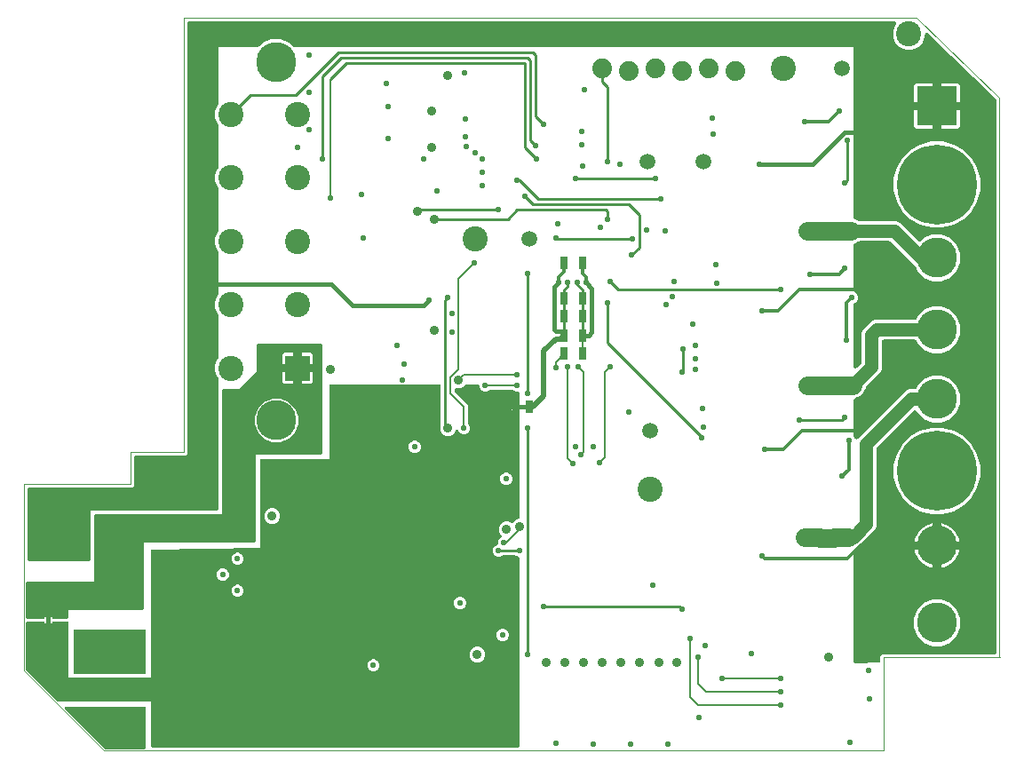
<source format=gtl>
G04 EAGLE Gerber RS-274X export*
G75*
%MOMM*%
%FSLAX34Y34*%
%LPD*%
%INTop copper*%
%IPPOS*%
%AMOC8*
5,1,8,0,0,1.08239X$1,22.5*%
G01*
%ADD10C,0.000000*%
%ADD11C,7.620000*%
%ADD12R,3.816000X3.816000*%
%ADD13C,3.816000*%
%ADD14R,2.400000X2.400000*%
%ADD15C,2.400000*%
%ADD16C,1.879600*%
%ADD17R,9.652000X10.668000*%
%ADD18R,3.500000X1.600000*%
%ADD19R,0.800000X1.200000*%
%ADD20C,1.450000*%
%ADD21C,1.108000*%
%ADD22R,0.635000X1.270000*%
%ADD23C,0.406400*%
%ADD24R,1.270000X0.635000*%
%ADD25R,1.200000X1.200000*%
%ADD26R,0.900000X0.900000*%
%ADD27C,0.553200*%
%ADD28C,0.900000*%
%ADD29C,1.500000*%
%ADD30C,0.203200*%
%ADD31C,0.254000*%
%ADD32C,1.125000*%
%ADD33C,0.304800*%
%ADD34C,2.400300*%
%ADD35R,2.400300X2.400300*%
%ADD36C,0.508000*%
%ADD37C,1.275000*%
%ADD38C,1.270000*%
%ADD39C,1.778000*%
%ADD40C,0.177800*%

G36*
X792520Y83485D02*
X792520Y83485D01*
X792525Y83485D01*
X814115Y83963D01*
X814312Y83987D01*
X814505Y84010D01*
X814510Y84012D01*
X814515Y84012D01*
X814702Y84074D01*
X814888Y84135D01*
X814892Y84137D01*
X814897Y84139D01*
X815066Y84235D01*
X815239Y84333D01*
X815242Y84336D01*
X815247Y84338D01*
X815394Y84467D01*
X815544Y84596D01*
X815546Y84600D01*
X815550Y84603D01*
X815671Y84760D01*
X815790Y84914D01*
X815792Y84918D01*
X815795Y84922D01*
X815882Y85099D01*
X815970Y85275D01*
X815971Y85279D01*
X815973Y85284D01*
X816022Y85470D01*
X816074Y85663D01*
X816075Y85669D01*
X816076Y85673D01*
X816078Y85706D01*
X816101Y85994D01*
X816101Y90163D01*
X817887Y91949D01*
X924560Y91949D01*
X924578Y91951D01*
X924596Y91949D01*
X924778Y91970D01*
X924961Y91989D01*
X924978Y91994D01*
X924995Y91996D01*
X925170Y92053D01*
X925346Y92107D01*
X925361Y92115D01*
X925378Y92121D01*
X925538Y92211D01*
X925700Y92299D01*
X925713Y92310D01*
X925729Y92319D01*
X925868Y92439D01*
X926009Y92556D01*
X926020Y92570D01*
X926034Y92582D01*
X926146Y92727D01*
X926261Y92870D01*
X926269Y92886D01*
X926280Y92900D01*
X926362Y93065D01*
X926447Y93227D01*
X926452Y93244D01*
X926460Y93260D01*
X926507Y93439D01*
X926558Y93614D01*
X926560Y93632D01*
X926564Y93649D01*
X926591Y93980D01*
X926591Y620147D01*
X926587Y620190D01*
X926589Y620233D01*
X926567Y620390D01*
X926551Y620547D01*
X926539Y620589D01*
X926532Y620632D01*
X926480Y620781D01*
X926433Y620932D01*
X926413Y620971D01*
X926398Y621012D01*
X926317Y621147D01*
X926241Y621286D01*
X926214Y621320D01*
X926191Y621357D01*
X926014Y621559D01*
X925984Y621596D01*
X925978Y621600D01*
X925973Y621607D01*
X861774Y683734D01*
X861622Y683854D01*
X861471Y683976D01*
X861465Y683979D01*
X861458Y683984D01*
X861284Y684073D01*
X861114Y684161D01*
X861107Y684163D01*
X861100Y684167D01*
X860913Y684219D01*
X860727Y684273D01*
X860719Y684273D01*
X860712Y684275D01*
X860521Y684289D01*
X860326Y684305D01*
X860318Y684305D01*
X860310Y684305D01*
X860118Y684281D01*
X859926Y684259D01*
X859919Y684256D01*
X859911Y684255D01*
X859727Y684194D01*
X859543Y684134D01*
X859536Y684130D01*
X859529Y684127D01*
X859361Y684031D01*
X859193Y683936D01*
X859187Y683931D01*
X859180Y683927D01*
X859034Y683799D01*
X858888Y683673D01*
X858883Y683666D01*
X858877Y683661D01*
X858759Y683507D01*
X858641Y683355D01*
X858638Y683348D01*
X858633Y683341D01*
X858548Y683167D01*
X858462Y682994D01*
X858460Y682986D01*
X858456Y682979D01*
X858408Y682793D01*
X858357Y682605D01*
X858357Y682597D01*
X858355Y682590D01*
X858352Y682542D01*
X858330Y682274D01*
X858330Y680266D01*
X856039Y674735D01*
X851805Y670501D01*
X846556Y668327D01*
X846555Y668326D01*
X846274Y668210D01*
X840286Y668210D01*
X834755Y670501D01*
X830521Y674735D01*
X828230Y680266D01*
X828230Y686254D01*
X830521Y691785D01*
X830719Y691984D01*
X830725Y691991D01*
X830732Y691996D01*
X830853Y692147D01*
X830975Y692295D01*
X830979Y692303D01*
X830984Y692310D01*
X831073Y692480D01*
X831163Y692651D01*
X831166Y692660D01*
X831170Y692667D01*
X831223Y692852D01*
X831278Y693037D01*
X831279Y693046D01*
X831281Y693054D01*
X831297Y693247D01*
X831314Y693438D01*
X831313Y693447D01*
X831314Y693456D01*
X831292Y693645D01*
X831271Y693838D01*
X831268Y693847D01*
X831267Y693855D01*
X831207Y694039D01*
X831149Y694222D01*
X831145Y694230D01*
X831142Y694238D01*
X831047Y694407D01*
X830955Y694574D01*
X830949Y694581D01*
X830944Y694589D01*
X830819Y694734D01*
X830694Y694881D01*
X830687Y694887D01*
X830681Y694894D01*
X830530Y695011D01*
X830378Y695131D01*
X830370Y695135D01*
X830363Y695140D01*
X830191Y695226D01*
X830019Y695313D01*
X830011Y695316D01*
X830003Y695320D01*
X829815Y695370D01*
X829631Y695421D01*
X829623Y695422D01*
X829614Y695424D01*
X829283Y695451D01*
X157480Y695451D01*
X157462Y695449D01*
X157444Y695451D01*
X157262Y695430D01*
X157079Y695411D01*
X157062Y695406D01*
X157045Y695404D01*
X156870Y695347D01*
X156694Y695293D01*
X156679Y695285D01*
X156662Y695279D01*
X156502Y695189D01*
X156340Y695101D01*
X156327Y695090D01*
X156311Y695081D01*
X156172Y694961D01*
X156031Y694844D01*
X156020Y694830D01*
X156006Y694818D01*
X155894Y694673D01*
X155779Y694530D01*
X155771Y694514D01*
X155760Y694500D01*
X155678Y694335D01*
X155593Y694173D01*
X155588Y694156D01*
X155580Y694140D01*
X155533Y693961D01*
X155482Y693786D01*
X155480Y693768D01*
X155476Y693751D01*
X155449Y693420D01*
X155449Y287022D01*
X155449Y287021D01*
X155449Y287020D01*
X155449Y283217D01*
X153663Y281431D01*
X106680Y281431D01*
X106662Y281429D01*
X106644Y281431D01*
X106462Y281410D01*
X106279Y281391D01*
X106262Y281386D01*
X106245Y281384D01*
X106070Y281327D01*
X105894Y281273D01*
X105879Y281265D01*
X105862Y281259D01*
X105702Y281169D01*
X105540Y281081D01*
X105527Y281070D01*
X105511Y281061D01*
X105372Y280941D01*
X105231Y280824D01*
X105220Y280810D01*
X105206Y280798D01*
X105094Y280653D01*
X104979Y280510D01*
X104971Y280494D01*
X104960Y280480D01*
X104878Y280315D01*
X104793Y280153D01*
X104788Y280136D01*
X104780Y280120D01*
X104733Y279941D01*
X104682Y279766D01*
X104680Y279748D01*
X104676Y279731D01*
X104649Y279400D01*
X104649Y252737D01*
X102863Y250951D01*
X5080Y250951D01*
X5062Y250949D01*
X5044Y250951D01*
X4862Y250930D01*
X4679Y250911D01*
X4662Y250906D01*
X4645Y250904D01*
X4470Y250847D01*
X4294Y250793D01*
X4279Y250785D01*
X4262Y250779D01*
X4102Y250689D01*
X3940Y250601D01*
X3927Y250590D01*
X3911Y250581D01*
X3772Y250461D01*
X3631Y250344D01*
X3620Y250330D01*
X3606Y250318D01*
X3494Y250173D01*
X3379Y250030D01*
X3371Y250014D01*
X3360Y250000D01*
X3278Y249835D01*
X3193Y249673D01*
X3188Y249656D01*
X3180Y249640D01*
X3133Y249461D01*
X3082Y249286D01*
X3080Y249268D01*
X3076Y249251D01*
X3049Y248920D01*
X3049Y182880D01*
X3051Y182862D01*
X3049Y182844D01*
X3070Y182662D01*
X3089Y182479D01*
X3094Y182462D01*
X3096Y182445D01*
X3153Y182270D01*
X3207Y182094D01*
X3215Y182079D01*
X3221Y182062D01*
X3311Y181902D01*
X3399Y181740D01*
X3410Y181727D01*
X3419Y181711D01*
X3539Y181572D01*
X3656Y181431D01*
X3670Y181420D01*
X3682Y181407D01*
X3827Y181294D01*
X3970Y181179D01*
X3986Y181171D01*
X4000Y181160D01*
X4165Y181078D01*
X4327Y180993D01*
X4344Y180988D01*
X4360Y180980D01*
X4539Y180933D01*
X4714Y180882D01*
X4732Y180880D01*
X4749Y180876D01*
X5080Y180849D01*
X60960Y180849D01*
X60978Y180851D01*
X60996Y180849D01*
X61178Y180870D01*
X61361Y180889D01*
X61378Y180894D01*
X61395Y180896D01*
X61570Y180953D01*
X61746Y181007D01*
X61761Y181015D01*
X61778Y181021D01*
X61938Y181111D01*
X62100Y181199D01*
X62113Y181210D01*
X62129Y181219D01*
X62268Y181339D01*
X62409Y181456D01*
X62420Y181470D01*
X62434Y181482D01*
X62546Y181627D01*
X62661Y181770D01*
X62669Y181786D01*
X62680Y181800D01*
X62762Y181965D01*
X62847Y182127D01*
X62852Y182144D01*
X62860Y182161D01*
X62907Y182339D01*
X62958Y182514D01*
X62960Y182532D01*
X62964Y182549D01*
X62991Y182880D01*
X62991Y229109D01*
X182880Y229109D01*
X182898Y229111D01*
X182916Y229109D01*
X183098Y229130D01*
X183281Y229149D01*
X183298Y229154D01*
X183315Y229156D01*
X183490Y229213D01*
X183666Y229267D01*
X183681Y229275D01*
X183698Y229281D01*
X183858Y229371D01*
X184020Y229459D01*
X184033Y229470D01*
X184049Y229479D01*
X184188Y229599D01*
X184329Y229716D01*
X184340Y229730D01*
X184354Y229742D01*
X184466Y229887D01*
X184581Y230030D01*
X184589Y230046D01*
X184600Y230060D01*
X184682Y230225D01*
X184767Y230387D01*
X184772Y230404D01*
X184780Y230421D01*
X184827Y230599D01*
X184878Y230774D01*
X184880Y230792D01*
X184884Y230809D01*
X184911Y231140D01*
X184911Y354559D01*
X184909Y354586D01*
X184911Y354613D01*
X184889Y354786D01*
X184871Y354960D01*
X184863Y354986D01*
X184860Y355012D01*
X184805Y355178D01*
X184753Y355345D01*
X184740Y355368D01*
X184732Y355394D01*
X184645Y355545D01*
X184561Y355699D01*
X184544Y355719D01*
X184531Y355743D01*
X184316Y355996D01*
X184092Y356220D01*
X181801Y361751D01*
X181801Y367737D01*
X184092Y373268D01*
X184316Y373492D01*
X184333Y373513D01*
X184354Y373531D01*
X184461Y373669D01*
X184571Y373804D01*
X184584Y373828D01*
X184600Y373849D01*
X184678Y374005D01*
X184760Y374160D01*
X184768Y374185D01*
X184780Y374209D01*
X184825Y374378D01*
X184875Y374545D01*
X184877Y374572D01*
X184884Y374598D01*
X184911Y374929D01*
X184911Y415011D01*
X184909Y415038D01*
X184911Y415065D01*
X184889Y415238D01*
X184871Y415412D01*
X184863Y415438D01*
X184860Y415464D01*
X184805Y415630D01*
X184753Y415797D01*
X184740Y415820D01*
X184732Y415846D01*
X184645Y415997D01*
X184561Y416151D01*
X184544Y416171D01*
X184531Y416195D01*
X184316Y416448D01*
X184092Y416672D01*
X181801Y422203D01*
X181801Y428189D01*
X184092Y433720D01*
X184316Y433944D01*
X184333Y433965D01*
X184354Y433983D01*
X184461Y434121D01*
X184571Y434256D01*
X184584Y434280D01*
X184600Y434301D01*
X184678Y434457D01*
X184760Y434612D01*
X184768Y434637D01*
X184780Y434661D01*
X184825Y434830D01*
X184875Y434997D01*
X184877Y435024D01*
X184884Y435050D01*
X184911Y435381D01*
X184911Y475463D01*
X184909Y475490D01*
X184911Y475517D01*
X184889Y475690D01*
X184871Y475864D01*
X184863Y475890D01*
X184860Y475916D01*
X184805Y476082D01*
X184753Y476249D01*
X184740Y476272D01*
X184732Y476298D01*
X184645Y476449D01*
X184561Y476603D01*
X184544Y476623D01*
X184531Y476647D01*
X184316Y476900D01*
X184092Y477124D01*
X181801Y482655D01*
X181801Y488641D01*
X184092Y494172D01*
X184316Y494396D01*
X184320Y494401D01*
X184324Y494405D01*
X184337Y494420D01*
X184354Y494435D01*
X184461Y494573D01*
X184571Y494708D01*
X184584Y494732D01*
X184600Y494753D01*
X184678Y494909D01*
X184760Y495064D01*
X184768Y495089D01*
X184780Y495113D01*
X184825Y495282D01*
X184875Y495449D01*
X184877Y495476D01*
X184884Y495502D01*
X184911Y495833D01*
X184911Y535915D01*
X184909Y535942D01*
X184911Y535969D01*
X184889Y536142D01*
X184871Y536316D01*
X184863Y536342D01*
X184860Y536368D01*
X184805Y536534D01*
X184753Y536701D01*
X184740Y536724D01*
X184732Y536750D01*
X184645Y536901D01*
X184561Y537055D01*
X184544Y537075D01*
X184531Y537099D01*
X184316Y537352D01*
X184092Y537576D01*
X181801Y543107D01*
X181801Y549093D01*
X184092Y554624D01*
X184316Y554848D01*
X184333Y554869D01*
X184354Y554887D01*
X184461Y555025D01*
X184571Y555160D01*
X184584Y555184D01*
X184600Y555205D01*
X184678Y555361D01*
X184760Y555516D01*
X184768Y555541D01*
X184780Y555565D01*
X184825Y555734D01*
X184875Y555901D01*
X184877Y555928D01*
X184884Y555954D01*
X184911Y556285D01*
X184911Y596367D01*
X184909Y596394D01*
X184911Y596421D01*
X184889Y596594D01*
X184871Y596768D01*
X184863Y596794D01*
X184860Y596820D01*
X184805Y596986D01*
X184753Y597153D01*
X184740Y597176D01*
X184732Y597202D01*
X184645Y597353D01*
X184561Y597507D01*
X184544Y597527D01*
X184531Y597551D01*
X184316Y597804D01*
X184092Y598028D01*
X181801Y603559D01*
X181801Y609545D01*
X184092Y615076D01*
X184316Y615300D01*
X184333Y615321D01*
X184354Y615339D01*
X184461Y615477D01*
X184571Y615612D01*
X184584Y615636D01*
X184600Y615657D01*
X184678Y615813D01*
X184760Y615968D01*
X184768Y615993D01*
X184780Y616017D01*
X184825Y616186D01*
X184875Y616353D01*
X184877Y616380D01*
X184884Y616406D01*
X184911Y616737D01*
X184911Y671069D01*
X222373Y671069D01*
X222399Y671071D01*
X222426Y671069D01*
X222600Y671091D01*
X222773Y671109D01*
X222799Y671117D01*
X222825Y671120D01*
X222991Y671176D01*
X223158Y671227D01*
X223182Y671240D01*
X223207Y671248D01*
X223359Y671335D01*
X223512Y671419D01*
X223533Y671436D01*
X223556Y671449D01*
X223809Y671664D01*
X227241Y675096D01*
X235374Y678465D01*
X244178Y678465D01*
X252311Y675096D01*
X255743Y671664D01*
X255764Y671647D01*
X255781Y671627D01*
X255919Y671519D01*
X256055Y671409D01*
X256078Y671396D01*
X256099Y671380D01*
X256256Y671302D01*
X256410Y671220D01*
X256436Y671212D01*
X256460Y671200D01*
X256629Y671155D01*
X256796Y671105D01*
X256823Y671103D01*
X256849Y671096D01*
X257179Y671069D01*
X790449Y671069D01*
X790449Y583766D01*
X790452Y583735D01*
X790450Y583704D01*
X790472Y583534D01*
X790489Y583366D01*
X790498Y583336D01*
X790502Y583305D01*
X790603Y582989D01*
X790675Y582817D01*
X790675Y580503D01*
X790603Y580331D01*
X790594Y580301D01*
X790580Y580273D01*
X790536Y580109D01*
X790487Y579946D01*
X790484Y579915D01*
X790476Y579885D01*
X790449Y579554D01*
X790449Y508667D01*
X790451Y508645D01*
X790449Y508623D01*
X790471Y508445D01*
X790489Y508267D01*
X790495Y508245D01*
X790498Y508223D01*
X790554Y508052D01*
X790607Y507882D01*
X790617Y507862D01*
X790624Y507841D01*
X790713Y507685D01*
X790799Y507528D01*
X790813Y507511D01*
X790824Y507491D01*
X790942Y507356D01*
X791056Y507218D01*
X791074Y507204D01*
X791088Y507188D01*
X791231Y507078D01*
X791370Y506966D01*
X791390Y506956D01*
X791408Y506942D01*
X791703Y506791D01*
X795009Y505421D01*
X795136Y505294D01*
X795157Y505277D01*
X795174Y505256D01*
X795312Y505149D01*
X795448Y505039D01*
X795471Y505026D01*
X795493Y505010D01*
X795649Y504932D01*
X795803Y504850D01*
X795829Y504842D01*
X795853Y504830D01*
X796022Y504785D01*
X796189Y504735D01*
X796216Y504733D01*
X796242Y504726D01*
X796573Y504699D01*
X831180Y504699D01*
X834634Y503268D01*
X837564Y500338D01*
X851892Y486010D01*
X851906Y485998D01*
X851918Y485985D01*
X852062Y485871D01*
X852204Y485755D01*
X852219Y485746D01*
X852233Y485735D01*
X852398Y485652D01*
X852559Y485566D01*
X852576Y485561D01*
X852592Y485553D01*
X852770Y485503D01*
X852945Y485451D01*
X852963Y485450D01*
X852980Y485445D01*
X853163Y485431D01*
X853346Y485415D01*
X853364Y485417D01*
X853382Y485415D01*
X853564Y485438D01*
X853747Y485458D01*
X853764Y485464D01*
X853781Y485466D01*
X853955Y485524D01*
X854130Y485580D01*
X854146Y485588D01*
X854163Y485594D01*
X854322Y485686D01*
X854483Y485774D01*
X854496Y485786D01*
X854512Y485795D01*
X854765Y486010D01*
X857415Y488660D01*
X865295Y491924D01*
X865548Y492029D01*
X874352Y492029D01*
X882485Y488660D01*
X888710Y482435D01*
X892079Y474302D01*
X892079Y465498D01*
X888710Y457365D01*
X882485Y451140D01*
X877201Y448952D01*
X877201Y448951D01*
X874352Y447771D01*
X865548Y447771D01*
X857415Y451140D01*
X851190Y457365D01*
X849391Y461708D01*
X849376Y461736D01*
X849366Y461766D01*
X849281Y461913D01*
X849201Y462063D01*
X849181Y462087D01*
X849165Y462114D01*
X848951Y462367D01*
X826012Y485306D01*
X825991Y485323D01*
X825974Y485344D01*
X825836Y485451D01*
X825700Y485561D01*
X825677Y485574D01*
X825656Y485590D01*
X825499Y485668D01*
X825345Y485750D01*
X825319Y485758D01*
X825295Y485770D01*
X825126Y485815D01*
X824959Y485865D01*
X824932Y485867D01*
X824906Y485874D01*
X824576Y485901D01*
X796573Y485901D01*
X796546Y485899D01*
X796519Y485901D01*
X796345Y485879D01*
X796172Y485861D01*
X796146Y485854D01*
X796120Y485850D01*
X795954Y485795D01*
X795787Y485743D01*
X795763Y485730D01*
X795738Y485722D01*
X795586Y485635D01*
X795433Y485551D01*
X795413Y485534D01*
X795389Y485521D01*
X795136Y485306D01*
X795009Y485179D01*
X791703Y483809D01*
X791683Y483799D01*
X791662Y483792D01*
X791505Y483704D01*
X791348Y483619D01*
X791331Y483605D01*
X791311Y483594D01*
X791175Y483477D01*
X791037Y483363D01*
X791023Y483345D01*
X791007Y483331D01*
X790897Y483189D01*
X790784Y483050D01*
X790773Y483030D01*
X790760Y483013D01*
X790680Y482852D01*
X790597Y482694D01*
X790590Y482672D01*
X790580Y482652D01*
X790534Y482479D01*
X790484Y482307D01*
X790482Y482285D01*
X790476Y482263D01*
X790449Y481933D01*
X790449Y438884D01*
X790451Y438862D01*
X790449Y438839D01*
X790471Y438662D01*
X790489Y438483D01*
X790495Y438462D01*
X790498Y438440D01*
X790554Y438270D01*
X790607Y438098D01*
X790617Y438079D01*
X790624Y438058D01*
X790713Y437902D01*
X790799Y437744D01*
X790813Y437727D01*
X790824Y437708D01*
X790942Y437573D01*
X791056Y437435D01*
X791074Y437421D01*
X791088Y437404D01*
X791231Y437295D01*
X791370Y437183D01*
X791390Y437173D01*
X791408Y437159D01*
X791703Y437007D01*
X791939Y436909D01*
X793575Y435274D01*
X794460Y433136D01*
X794460Y430823D01*
X793575Y428686D01*
X791939Y427050D01*
X791703Y426952D01*
X791683Y426942D01*
X791662Y426935D01*
X791506Y426847D01*
X791348Y426762D01*
X791331Y426748D01*
X791311Y426737D01*
X791176Y426620D01*
X791037Y426506D01*
X791023Y426488D01*
X791007Y426474D01*
X790897Y426333D01*
X790784Y426193D01*
X790773Y426173D01*
X790760Y426156D01*
X790680Y425995D01*
X790597Y425837D01*
X790590Y425815D01*
X790580Y425795D01*
X790534Y425622D01*
X790484Y425450D01*
X790482Y425428D01*
X790476Y425406D01*
X790449Y425076D01*
X790449Y366684D01*
X790450Y366676D01*
X790449Y366667D01*
X790470Y366475D01*
X790489Y366284D01*
X790491Y366275D01*
X790492Y366266D01*
X790550Y366084D01*
X790607Y365899D01*
X790611Y365891D01*
X790614Y365883D01*
X790707Y365714D01*
X790799Y365545D01*
X790804Y365538D01*
X790809Y365530D01*
X790933Y365383D01*
X791056Y365236D01*
X791063Y365230D01*
X791069Y365223D01*
X791220Y365104D01*
X791370Y364983D01*
X791378Y364979D01*
X791385Y364974D01*
X791558Y364886D01*
X791727Y364798D01*
X791736Y364795D01*
X791744Y364791D01*
X791930Y364739D01*
X792114Y364686D01*
X792123Y364686D01*
X792132Y364683D01*
X792325Y364669D01*
X792516Y364654D01*
X792524Y364655D01*
X792533Y364654D01*
X792726Y364678D01*
X792915Y364700D01*
X792924Y364703D01*
X792933Y364704D01*
X793116Y364766D01*
X793298Y364825D01*
X793306Y364830D01*
X793314Y364833D01*
X793481Y364929D01*
X793649Y365023D01*
X793656Y365029D01*
X793663Y365033D01*
X793916Y365248D01*
X797726Y369058D01*
X797743Y369079D01*
X797764Y369096D01*
X797870Y369234D01*
X797981Y369370D01*
X797994Y369393D01*
X798010Y369414D01*
X798088Y369570D01*
X798170Y369725D01*
X798178Y369751D01*
X798190Y369775D01*
X798235Y369944D01*
X798285Y370111D01*
X798287Y370138D01*
X798294Y370164D01*
X798321Y370494D01*
X798321Y398110D01*
X799752Y401564D01*
X807476Y409288D01*
X810930Y410719D01*
X848534Y410719D01*
X848556Y410721D01*
X848578Y410719D01*
X848756Y410741D01*
X848934Y410759D01*
X848956Y410765D01*
X848978Y410768D01*
X849148Y410824D01*
X849319Y410877D01*
X849339Y410887D01*
X849360Y410894D01*
X849516Y410983D01*
X849673Y411069D01*
X849691Y411083D01*
X849710Y411094D01*
X849845Y411212D01*
X849983Y411326D01*
X849997Y411344D01*
X850013Y411358D01*
X850123Y411500D01*
X850235Y411640D01*
X850245Y411660D01*
X850259Y411678D01*
X850410Y411973D01*
X851190Y413855D01*
X857415Y420080D01*
X859226Y420830D01*
X865548Y423449D01*
X874352Y423449D01*
X882485Y420080D01*
X888710Y413855D01*
X892079Y405722D01*
X892079Y396918D01*
X888710Y388785D01*
X882485Y382560D01*
X874352Y379191D01*
X865548Y379191D01*
X857415Y382560D01*
X851190Y388785D01*
X850410Y390667D01*
X850400Y390687D01*
X850393Y390708D01*
X850305Y390865D01*
X850220Y391022D01*
X850206Y391039D01*
X850195Y391059D01*
X850078Y391195D01*
X849964Y391333D01*
X849947Y391347D01*
X849932Y391364D01*
X849791Y391473D01*
X849651Y391586D01*
X849631Y391597D01*
X849614Y391610D01*
X849453Y391690D01*
X849295Y391773D01*
X849273Y391780D01*
X849253Y391790D01*
X849080Y391836D01*
X848908Y391886D01*
X848886Y391888D01*
X848865Y391894D01*
X848534Y391921D01*
X819150Y391921D01*
X819132Y391919D01*
X819114Y391921D01*
X818932Y391900D01*
X818749Y391881D01*
X818732Y391876D01*
X818715Y391874D01*
X818540Y391817D01*
X818364Y391763D01*
X818349Y391755D01*
X818332Y391749D01*
X818172Y391659D01*
X818010Y391571D01*
X817997Y391560D01*
X817981Y391551D01*
X817842Y391431D01*
X817701Y391314D01*
X817690Y391300D01*
X817676Y391288D01*
X817564Y391143D01*
X817449Y391000D01*
X817441Y390984D01*
X817430Y390970D01*
X817348Y390805D01*
X817263Y390643D01*
X817258Y390626D01*
X817250Y390610D01*
X817203Y390431D01*
X817152Y390256D01*
X817150Y390238D01*
X817146Y390221D01*
X817119Y389890D01*
X817119Y363890D01*
X815688Y360436D01*
X802474Y347222D01*
X802457Y347201D01*
X802436Y347184D01*
X802329Y347046D01*
X802219Y346910D01*
X802206Y346887D01*
X802190Y346866D01*
X802112Y346709D01*
X802030Y346555D01*
X802022Y346529D01*
X802010Y346505D01*
X801965Y346336D01*
X801915Y346169D01*
X801913Y346142D01*
X801906Y346116D01*
X801879Y345786D01*
X801879Y345605D01*
X800061Y341217D01*
X796703Y337859D01*
X792262Y336020D01*
X792079Y336001D01*
X792062Y335996D01*
X792045Y335994D01*
X791870Y335937D01*
X791694Y335883D01*
X791679Y335875D01*
X791662Y335869D01*
X791502Y335779D01*
X791340Y335691D01*
X791327Y335680D01*
X791311Y335671D01*
X791172Y335551D01*
X791031Y335434D01*
X791020Y335420D01*
X791007Y335408D01*
X790894Y335263D01*
X790779Y335120D01*
X790771Y335104D01*
X790760Y335090D01*
X790678Y334925D01*
X790593Y334763D01*
X790588Y334746D01*
X790580Y334730D01*
X790533Y334551D01*
X790482Y334376D01*
X790480Y334358D01*
X790476Y334341D01*
X790449Y334010D01*
X790449Y300408D01*
X790451Y300382D01*
X790449Y300355D01*
X790471Y300181D01*
X790489Y300008D01*
X790497Y299982D01*
X790500Y299956D01*
X790556Y299790D01*
X790607Y299623D01*
X790620Y299599D01*
X790628Y299574D01*
X790715Y299422D01*
X790799Y299269D01*
X790816Y299248D01*
X790829Y299225D01*
X791044Y298972D01*
X791269Y298747D01*
X791490Y298214D01*
X791496Y298202D01*
X791500Y298189D01*
X791591Y298025D01*
X791680Y297859D01*
X791689Y297848D01*
X791695Y297837D01*
X791816Y297694D01*
X791936Y297548D01*
X791947Y297540D01*
X791956Y297530D01*
X792103Y297413D01*
X792249Y297295D01*
X792261Y297288D01*
X792271Y297280D01*
X792440Y297195D01*
X792606Y297108D01*
X792618Y297104D01*
X792630Y297098D01*
X792812Y297047D01*
X792992Y296994D01*
X793005Y296993D01*
X793018Y296990D01*
X793207Y296976D01*
X793393Y296960D01*
X793406Y296961D01*
X793420Y296960D01*
X793607Y296984D01*
X793793Y297005D01*
X793806Y297009D01*
X793819Y297011D01*
X793997Y297070D01*
X794177Y297128D01*
X794188Y297135D01*
X794201Y297139D01*
X794364Y297233D01*
X794528Y297325D01*
X794538Y297333D01*
X794550Y297340D01*
X794803Y297555D01*
X840496Y343248D01*
X843950Y344679D01*
X848534Y344679D01*
X848556Y344681D01*
X848578Y344679D01*
X848756Y344701D01*
X848934Y344719D01*
X848956Y344725D01*
X848978Y344728D01*
X849148Y344784D01*
X849319Y344837D01*
X849339Y344847D01*
X849360Y344854D01*
X849516Y344943D01*
X849673Y345029D01*
X849691Y345043D01*
X849710Y345054D01*
X849845Y345172D01*
X849983Y345286D01*
X849997Y345304D01*
X850013Y345318D01*
X850123Y345460D01*
X850235Y345600D01*
X850245Y345620D01*
X850259Y345638D01*
X850410Y345933D01*
X851190Y347815D01*
X857415Y354040D01*
X865548Y357409D01*
X874352Y357409D01*
X882485Y354040D01*
X888710Y347815D01*
X892079Y339682D01*
X892079Y330878D01*
X888710Y322745D01*
X882485Y316520D01*
X874352Y313151D01*
X865548Y313151D01*
X857415Y316520D01*
X851190Y322745D01*
X851002Y323199D01*
X850996Y323210D01*
X850992Y323223D01*
X850901Y323388D01*
X850812Y323553D01*
X850804Y323564D01*
X850797Y323575D01*
X850676Y323719D01*
X850556Y323864D01*
X850545Y323872D01*
X850537Y323882D01*
X850389Y323999D01*
X850243Y324117D01*
X850231Y324124D01*
X850221Y324132D01*
X850053Y324217D01*
X849887Y324305D01*
X849874Y324308D01*
X849862Y324314D01*
X849681Y324365D01*
X849500Y324418D01*
X849487Y324419D01*
X849474Y324422D01*
X849286Y324436D01*
X849099Y324452D01*
X849086Y324451D01*
X849072Y324452D01*
X848885Y324428D01*
X848699Y324407D01*
X848686Y324403D01*
X848673Y324401D01*
X848495Y324341D01*
X848316Y324284D01*
X848304Y324277D01*
X848291Y324273D01*
X848128Y324179D01*
X847964Y324088D01*
X847954Y324079D01*
X847942Y324072D01*
X847689Y323858D01*
X812634Y288802D01*
X812617Y288781D01*
X812596Y288764D01*
X812489Y288626D01*
X812379Y288490D01*
X812366Y288467D01*
X812350Y288446D01*
X812272Y288289D01*
X812190Y288135D01*
X812182Y288109D01*
X812170Y288085D01*
X812125Y287916D01*
X812075Y287749D01*
X812073Y287722D01*
X812066Y287696D01*
X812039Y287366D01*
X812039Y214030D01*
X810608Y210576D01*
X807678Y207647D01*
X807678Y207646D01*
X798264Y198232D01*
X795334Y195303D01*
X794713Y195045D01*
X794404Y194917D01*
X794377Y194903D01*
X794347Y194893D01*
X794199Y194807D01*
X794049Y194727D01*
X794025Y194707D01*
X793998Y194692D01*
X793745Y194477D01*
X792319Y193050D01*
X791703Y192795D01*
X791683Y192785D01*
X791662Y192778D01*
X791506Y192690D01*
X791348Y192605D01*
X791331Y192591D01*
X791311Y192580D01*
X791176Y192463D01*
X791037Y192349D01*
X791023Y192331D01*
X791007Y192317D01*
X790897Y192176D01*
X790784Y192036D01*
X790773Y192016D01*
X790760Y191999D01*
X790680Y191838D01*
X790597Y191680D01*
X790590Y191658D01*
X790580Y191638D01*
X790534Y191465D01*
X790484Y191293D01*
X790482Y191271D01*
X790476Y191249D01*
X790449Y190919D01*
X790449Y85516D01*
X790453Y85476D01*
X790450Y85435D01*
X790473Y85275D01*
X790489Y85115D01*
X790501Y85077D01*
X790506Y85036D01*
X790560Y84884D01*
X790607Y84730D01*
X790626Y84695D01*
X790639Y84657D01*
X790722Y84518D01*
X790799Y84376D01*
X790824Y84345D01*
X790845Y84310D01*
X790953Y84191D01*
X791056Y84067D01*
X791088Y84042D01*
X791115Y84012D01*
X791245Y83916D01*
X791370Y83815D01*
X791406Y83796D01*
X791438Y83772D01*
X791585Y83703D01*
X791727Y83629D01*
X791766Y83618D01*
X791803Y83601D01*
X791959Y83562D01*
X792114Y83518D01*
X792155Y83514D01*
X792194Y83505D01*
X792482Y83488D01*
X792516Y83485D01*
X792520Y83485D01*
G37*
G36*
X470720Y3064D02*
X470720Y3064D01*
X470839Y3071D01*
X470877Y3084D01*
X470917Y3089D01*
X471028Y3132D01*
X471141Y3169D01*
X471175Y3191D01*
X471213Y3206D01*
X471309Y3275D01*
X471410Y3339D01*
X471438Y3369D01*
X471470Y3392D01*
X471546Y3484D01*
X471628Y3571D01*
X471647Y3606D01*
X471673Y3637D01*
X471724Y3745D01*
X471781Y3849D01*
X471791Y3889D01*
X471809Y3925D01*
X471831Y4042D01*
X471861Y4157D01*
X471865Y4217D01*
X471868Y4237D01*
X471867Y4258D01*
X471871Y4318D01*
X471871Y183594D01*
X471867Y183623D01*
X471870Y183653D01*
X471847Y183781D01*
X471831Y183909D01*
X471820Y183937D01*
X471815Y183966D01*
X471762Y184084D01*
X471714Y184205D01*
X471697Y184229D01*
X471685Y184256D01*
X471604Y184357D01*
X471527Y184462D01*
X471505Y184481D01*
X471486Y184504D01*
X471382Y184582D01*
X471282Y184665D01*
X471256Y184678D01*
X471232Y184696D01*
X471087Y184766D01*
X469146Y185570D01*
X468907Y185810D01*
X468829Y185870D01*
X468757Y185938D01*
X468704Y185967D01*
X468656Y186004D01*
X468565Y186044D01*
X468478Y186092D01*
X468420Y186107D01*
X468364Y186131D01*
X468266Y186146D01*
X468170Y186171D01*
X468070Y186177D01*
X468050Y186181D01*
X468038Y186179D01*
X468010Y186181D01*
X456550Y186181D01*
X456452Y186169D01*
X456353Y186166D01*
X456295Y186149D01*
X456235Y186141D01*
X456143Y186105D01*
X456048Y186077D01*
X455995Y186047D01*
X455939Y186024D01*
X455859Y185966D01*
X455774Y185916D01*
X455698Y185850D01*
X455682Y185838D01*
X455674Y185828D01*
X455653Y185810D01*
X455414Y185570D01*
X453277Y184685D01*
X450963Y184685D01*
X448826Y185570D01*
X447190Y187206D01*
X446305Y189343D01*
X446305Y191657D01*
X447190Y193794D01*
X448826Y195430D01*
X450602Y196165D01*
X450627Y196180D01*
X450655Y196189D01*
X450765Y196258D01*
X450878Y196322D01*
X450899Y196343D01*
X450924Y196359D01*
X451013Y196453D01*
X451106Y196544D01*
X451122Y196569D01*
X451142Y196590D01*
X451205Y196704D01*
X451273Y196815D01*
X451281Y196843D01*
X451296Y196869D01*
X451328Y196995D01*
X451366Y197119D01*
X451368Y197148D01*
X451375Y197177D01*
X451385Y197338D01*
X451385Y199277D01*
X452270Y201414D01*
X453906Y203049D01*
X454222Y203180D01*
X454265Y203205D01*
X454312Y203222D01*
X454403Y203284D01*
X454498Y203338D01*
X454534Y203372D01*
X454575Y203400D01*
X454648Y203483D01*
X454727Y203559D01*
X454753Y203602D01*
X454786Y203639D01*
X454836Y203736D01*
X454893Y203830D01*
X454908Y203878D01*
X454930Y203922D01*
X454954Y204029D01*
X454987Y204134D01*
X454989Y204184D01*
X455000Y204232D01*
X454997Y204342D01*
X455002Y204452D01*
X454992Y204501D01*
X454990Y204550D01*
X454960Y204656D01*
X454938Y204763D01*
X454916Y204808D01*
X454902Y204856D01*
X454846Y204950D01*
X454798Y205049D01*
X454766Y205087D01*
X454740Y205130D01*
X454634Y205251D01*
X453340Y206544D01*
X452191Y209318D01*
X452191Y212322D01*
X453340Y215096D01*
X455464Y217220D01*
X458238Y218369D01*
X461242Y218369D01*
X464030Y217214D01*
X464055Y217186D01*
X464147Y217126D01*
X464234Y217058D01*
X464279Y217038D01*
X464321Y217011D01*
X464425Y216976D01*
X464525Y216932D01*
X464575Y216924D01*
X464622Y216908D01*
X464731Y216899D01*
X464840Y216882D01*
X464889Y216887D01*
X464939Y216883D01*
X465047Y216902D01*
X465156Y216912D01*
X465203Y216929D01*
X465252Y216937D01*
X465352Y216982D01*
X465455Y217019D01*
X465497Y217047D01*
X465542Y217068D01*
X465628Y217136D01*
X465719Y217198D01*
X465752Y217235D01*
X465790Y217266D01*
X465856Y217354D01*
X465929Y217436D01*
X465952Y217481D01*
X465982Y217520D01*
X466036Y217632D01*
X468164Y219760D01*
X471087Y220970D01*
X471113Y220985D01*
X471141Y220994D01*
X471251Y221064D01*
X471364Y221128D01*
X471385Y221149D01*
X471410Y221164D01*
X471499Y221259D01*
X471592Y221349D01*
X471608Y221374D01*
X471628Y221396D01*
X471690Y221510D01*
X471758Y221620D01*
X471767Y221649D01*
X471781Y221674D01*
X471814Y221800D01*
X471852Y221924D01*
X471853Y221954D01*
X471861Y221982D01*
X471871Y222143D01*
X471871Y321310D01*
X471856Y321428D01*
X471849Y321547D01*
X471836Y321585D01*
X471831Y321626D01*
X471787Y321736D01*
X471751Y321849D01*
X471729Y321884D01*
X471714Y321921D01*
X471644Y322017D01*
X471580Y322118D01*
X471551Y322146D01*
X471527Y322179D01*
X471436Y322255D01*
X471349Y322336D01*
X471313Y322356D01*
X471282Y322381D01*
X471175Y322432D01*
X471070Y322490D01*
X471031Y322500D01*
X470995Y322517D01*
X470878Y322539D01*
X470762Y322569D01*
X470702Y322573D01*
X470682Y322577D01*
X470662Y322575D01*
X470602Y322579D01*
X467619Y322579D01*
X465752Y323353D01*
X464323Y324782D01*
X463549Y326649D01*
X463549Y328671D01*
X464323Y330538D01*
X465752Y331967D01*
X467619Y332741D01*
X470602Y332741D01*
X470720Y332756D01*
X470839Y332763D01*
X470877Y332776D01*
X470917Y332781D01*
X471028Y332824D01*
X471141Y332861D01*
X471175Y332883D01*
X471213Y332898D01*
X471309Y332967D01*
X471410Y333031D01*
X471438Y333061D01*
X471470Y333084D01*
X471546Y333176D01*
X471628Y333263D01*
X471647Y333298D01*
X471673Y333329D01*
X471724Y333437D01*
X471781Y333541D01*
X471791Y333581D01*
X471809Y333617D01*
X471831Y333734D01*
X471861Y333849D01*
X471865Y333909D01*
X471868Y333929D01*
X471867Y333950D01*
X471871Y334010D01*
X471871Y340896D01*
X471856Y341014D01*
X471849Y341133D01*
X471836Y341171D01*
X471831Y341212D01*
X471787Y341322D01*
X471751Y341435D01*
X471729Y341470D01*
X471714Y341507D01*
X471644Y341603D01*
X471580Y341704D01*
X471551Y341732D01*
X471527Y341765D01*
X471436Y341841D01*
X471349Y341922D01*
X471313Y341942D01*
X471282Y341967D01*
X471175Y342018D01*
X471070Y342076D01*
X471031Y342086D01*
X470995Y342103D01*
X470878Y342125D01*
X470762Y342155D01*
X470702Y342159D01*
X470682Y342163D01*
X470662Y342161D01*
X470602Y342165D01*
X468743Y342165D01*
X466606Y343050D01*
X466113Y343544D01*
X466035Y343604D01*
X465963Y343672D01*
X465910Y343701D01*
X465862Y343738D01*
X465771Y343778D01*
X465684Y343826D01*
X465626Y343841D01*
X465570Y343865D01*
X465472Y343880D01*
X465376Y343905D01*
X465276Y343911D01*
X465256Y343915D01*
X465244Y343913D01*
X465216Y343915D01*
X444104Y343915D01*
X444006Y343903D01*
X443907Y343900D01*
X443849Y343883D01*
X443789Y343875D01*
X443697Y343839D01*
X443602Y343811D01*
X443549Y343781D01*
X443493Y343758D01*
X443413Y343700D01*
X443328Y343650D01*
X443252Y343584D01*
X443236Y343572D01*
X443228Y343562D01*
X443207Y343544D01*
X442714Y343050D01*
X440577Y342165D01*
X438263Y342165D01*
X436126Y343050D01*
X434490Y344686D01*
X433605Y346823D01*
X433605Y347980D01*
X433590Y348098D01*
X433583Y348217D01*
X433570Y348255D01*
X433565Y348296D01*
X433522Y348406D01*
X433485Y348519D01*
X433463Y348554D01*
X433448Y348591D01*
X433379Y348687D01*
X433315Y348788D01*
X433285Y348816D01*
X433262Y348849D01*
X433170Y348925D01*
X433083Y349006D01*
X433048Y349026D01*
X433017Y349051D01*
X432909Y349102D01*
X432805Y349160D01*
X432765Y349170D01*
X432729Y349187D01*
X432612Y349209D01*
X432497Y349239D01*
X432437Y349243D01*
X432417Y349247D01*
X432396Y349245D01*
X432336Y349249D01*
X421410Y349249D01*
X421312Y349237D01*
X421213Y349234D01*
X421155Y349217D01*
X421095Y349209D01*
X421003Y349173D01*
X420908Y349145D01*
X420856Y349115D01*
X420799Y349092D01*
X420719Y349034D01*
X420634Y348984D01*
X420559Y348918D01*
X420542Y348906D01*
X420534Y348896D01*
X420513Y348878D01*
X418296Y346660D01*
X415522Y345511D01*
X412518Y345511D01*
X412220Y345635D01*
X412172Y345648D01*
X412127Y345669D01*
X412019Y345690D01*
X411913Y345719D01*
X411863Y345720D01*
X411814Y345729D01*
X411705Y345722D01*
X411595Y345724D01*
X411547Y345712D01*
X411497Y345709D01*
X411393Y345676D01*
X411286Y345650D01*
X411242Y345627D01*
X411195Y345611D01*
X411102Y345553D01*
X411005Y345501D01*
X410968Y345468D01*
X410926Y345441D01*
X410851Y345361D01*
X410769Y345287D01*
X410742Y345246D01*
X410708Y345210D01*
X410655Y345113D01*
X410595Y345022D01*
X410578Y344974D01*
X410554Y344931D01*
X410527Y344825D01*
X410491Y344721D01*
X410487Y344671D01*
X410475Y344623D01*
X410465Y344462D01*
X410465Y342569D01*
X410477Y342471D01*
X410480Y342372D01*
X410497Y342314D01*
X410505Y342254D01*
X410541Y342162D01*
X410569Y342067D01*
X410599Y342015D01*
X410622Y341958D01*
X410680Y341878D01*
X410730Y341793D01*
X410796Y341717D01*
X410808Y341701D01*
X410818Y341693D01*
X410836Y341672D01*
X423165Y329344D01*
X423165Y312024D01*
X423177Y311926D01*
X423180Y311827D01*
X423197Y311769D01*
X423205Y311709D01*
X423241Y311617D01*
X423269Y311522D01*
X423299Y311469D01*
X423322Y311413D01*
X423380Y311333D01*
X423430Y311248D01*
X423496Y311172D01*
X423508Y311156D01*
X423518Y311148D01*
X423536Y311127D01*
X424030Y310634D01*
X424915Y308497D01*
X424915Y306183D01*
X424030Y304046D01*
X422394Y302410D01*
X420257Y301525D01*
X417943Y301525D01*
X415806Y302410D01*
X414170Y304046D01*
X413591Y305445D01*
X413522Y305566D01*
X413457Y305689D01*
X413444Y305704D01*
X413434Y305721D01*
X413337Y305821D01*
X413243Y305924D01*
X413226Y305935D01*
X413212Y305950D01*
X413094Y306022D01*
X412978Y306099D01*
X412958Y306105D01*
X412941Y306116D01*
X412809Y306157D01*
X412677Y306202D01*
X412656Y306204D01*
X412637Y306210D01*
X412499Y306216D01*
X412360Y306227D01*
X412340Y306224D01*
X412320Y306225D01*
X412184Y306197D01*
X412046Y306173D01*
X412028Y306165D01*
X412008Y306161D01*
X411883Y306099D01*
X411756Y306042D01*
X411741Y306030D01*
X411722Y306021D01*
X411616Y305930D01*
X411508Y305844D01*
X411496Y305828D01*
X411480Y305814D01*
X411400Y305701D01*
X411317Y305590D01*
X411304Y305564D01*
X411297Y305554D01*
X411290Y305535D01*
X411246Y305445D01*
X410260Y303064D01*
X408136Y300940D01*
X405362Y299791D01*
X402358Y299791D01*
X399584Y300940D01*
X397460Y303064D01*
X396311Y305838D01*
X396311Y308842D01*
X396905Y310274D01*
X396907Y310283D01*
X396912Y310291D01*
X396949Y310436D01*
X396989Y310581D01*
X396989Y310590D01*
X396991Y310599D01*
X397001Y310760D01*
X397001Y347980D01*
X396986Y348098D01*
X396979Y348217D01*
X396966Y348255D01*
X396961Y348296D01*
X396918Y348406D01*
X396881Y348519D01*
X396859Y348554D01*
X396844Y348591D01*
X396775Y348687D01*
X396711Y348788D01*
X396681Y348816D01*
X396658Y348849D01*
X396566Y348925D01*
X396479Y349006D01*
X396444Y349026D01*
X396413Y349051D01*
X396305Y349102D01*
X396201Y349160D01*
X396161Y349170D01*
X396125Y349187D01*
X396008Y349209D01*
X395893Y349239D01*
X395833Y349243D01*
X395813Y349247D01*
X395792Y349245D01*
X395732Y349249D01*
X292100Y349249D01*
X291982Y349234D01*
X291863Y349227D01*
X291825Y349214D01*
X291784Y349209D01*
X291674Y349166D01*
X291561Y349129D01*
X291526Y349107D01*
X291489Y349092D01*
X291393Y349023D01*
X291292Y348959D01*
X291264Y348929D01*
X291231Y348906D01*
X291156Y348814D01*
X291074Y348727D01*
X291054Y348692D01*
X291029Y348661D01*
X290978Y348553D01*
X290920Y348449D01*
X290910Y348409D01*
X290893Y348373D01*
X290871Y348256D01*
X290841Y348141D01*
X290837Y348081D01*
X290833Y348061D01*
X290835Y348040D01*
X290831Y347980D01*
X290831Y278129D01*
X226060Y278129D01*
X225942Y278114D01*
X225823Y278107D01*
X225785Y278094D01*
X225744Y278089D01*
X225634Y278046D01*
X225521Y278009D01*
X225486Y277987D01*
X225449Y277972D01*
X225353Y277903D01*
X225252Y277839D01*
X225224Y277809D01*
X225191Y277786D01*
X225116Y277694D01*
X225034Y277607D01*
X225014Y277572D01*
X224989Y277541D01*
X224938Y277433D01*
X224880Y277329D01*
X224870Y277289D01*
X224853Y277253D01*
X224831Y277136D01*
X224801Y277021D01*
X224797Y276961D01*
X224793Y276941D01*
X224795Y276920D01*
X224791Y276860D01*
X224791Y193343D01*
X121901Y191807D01*
X121793Y191792D01*
X121683Y191785D01*
X121636Y191769D01*
X121586Y191762D01*
X121485Y191721D01*
X121381Y191687D01*
X121338Y191660D01*
X121292Y191641D01*
X121205Y191575D01*
X121112Y191517D01*
X121078Y191480D01*
X121038Y191450D01*
X120969Y191365D01*
X120894Y191285D01*
X120870Y191241D01*
X120839Y191202D01*
X120793Y191102D01*
X120740Y191007D01*
X120728Y190958D01*
X120707Y190913D01*
X120688Y190805D01*
X120661Y190699D01*
X120656Y190621D01*
X120652Y190600D01*
X120654Y190582D01*
X120651Y190538D01*
X120651Y69849D01*
X41909Y69849D01*
X41909Y121920D01*
X41894Y122038D01*
X41887Y122157D01*
X41874Y122195D01*
X41869Y122236D01*
X41826Y122346D01*
X41789Y122459D01*
X41767Y122494D01*
X41752Y122531D01*
X41683Y122627D01*
X41619Y122728D01*
X41589Y122756D01*
X41566Y122789D01*
X41474Y122865D01*
X41387Y122946D01*
X41352Y122966D01*
X41321Y122991D01*
X41213Y123042D01*
X41109Y123100D01*
X41069Y123110D01*
X41033Y123127D01*
X40916Y123149D01*
X40801Y123179D01*
X40741Y123183D01*
X40721Y123187D01*
X40700Y123185D01*
X40640Y123189D01*
X27686Y123189D01*
X27568Y123174D01*
X27449Y123167D01*
X27411Y123154D01*
X27370Y123149D01*
X27260Y123106D01*
X27147Y123069D01*
X27112Y123047D01*
X27075Y123032D01*
X26979Y122963D01*
X26878Y122899D01*
X26850Y122869D01*
X26817Y122846D01*
X26741Y122754D01*
X26660Y122667D01*
X26640Y122632D01*
X26615Y122601D01*
X26564Y122493D01*
X26506Y122389D01*
X26496Y122349D01*
X26479Y122313D01*
X26457Y122196D01*
X26427Y122081D01*
X26423Y122021D01*
X26419Y122001D01*
X26421Y121980D01*
X26417Y121920D01*
X26417Y116637D01*
X24333Y114553D01*
X21387Y114553D01*
X19303Y116637D01*
X19303Y121920D01*
X19288Y122038D01*
X19281Y122157D01*
X19268Y122195D01*
X19263Y122236D01*
X19220Y122346D01*
X19183Y122459D01*
X19161Y122494D01*
X19146Y122531D01*
X19077Y122627D01*
X19013Y122728D01*
X18983Y122756D01*
X18960Y122789D01*
X18868Y122865D01*
X18781Y122946D01*
X18746Y122966D01*
X18715Y122991D01*
X18607Y123042D01*
X18503Y123100D01*
X18463Y123110D01*
X18427Y123127D01*
X18310Y123149D01*
X18195Y123179D01*
X18135Y123183D01*
X18115Y123187D01*
X18094Y123185D01*
X18034Y123189D01*
X2794Y123189D01*
X2676Y123174D01*
X2557Y123167D01*
X2519Y123154D01*
X2478Y123149D01*
X2368Y123106D01*
X2255Y123069D01*
X2220Y123047D01*
X2183Y123032D01*
X2087Y122963D01*
X1986Y122899D01*
X1958Y122869D01*
X1925Y122846D01*
X1849Y122754D01*
X1768Y122667D01*
X1748Y122632D01*
X1723Y122601D01*
X1672Y122493D01*
X1614Y122389D01*
X1604Y122349D01*
X1587Y122313D01*
X1565Y122196D01*
X1535Y122081D01*
X1531Y122021D01*
X1527Y122001D01*
X1529Y121980D01*
X1525Y121920D01*
X1525Y77357D01*
X1537Y77259D01*
X1540Y77160D01*
X1557Y77102D01*
X1565Y77042D01*
X1601Y76950D01*
X1629Y76855D01*
X1659Y76802D01*
X1682Y76746D01*
X1740Y76666D01*
X1790Y76581D01*
X1856Y76505D01*
X1868Y76489D01*
X1878Y76481D01*
X1896Y76460D01*
X30927Y47429D01*
X31005Y47369D01*
X31077Y47301D01*
X31130Y47272D01*
X31178Y47234D01*
X31269Y47195D01*
X31356Y47147D01*
X31414Y47132D01*
X31470Y47108D01*
X31568Y47093D01*
X31664Y47068D01*
X31764Y47061D01*
X31784Y47058D01*
X31796Y47059D01*
X31824Y47058D01*
X120651Y47058D01*
X120651Y4318D01*
X120666Y4200D01*
X120673Y4081D01*
X120686Y4043D01*
X120691Y4002D01*
X120734Y3892D01*
X120771Y3779D01*
X120793Y3744D01*
X120808Y3707D01*
X120878Y3611D01*
X120941Y3510D01*
X120971Y3482D01*
X120994Y3449D01*
X121086Y3373D01*
X121173Y3292D01*
X121208Y3272D01*
X121239Y3247D01*
X121347Y3196D01*
X121451Y3138D01*
X121491Y3128D01*
X121527Y3111D01*
X121644Y3089D01*
X121759Y3059D01*
X121820Y3055D01*
X121840Y3051D01*
X121860Y3053D01*
X121920Y3049D01*
X470602Y3049D01*
X470720Y3064D01*
G37*
G36*
X17785Y125713D02*
X17785Y125713D01*
X17809Y125715D01*
X17832Y125713D01*
X17982Y125736D01*
X18131Y125754D01*
X18153Y125762D01*
X18177Y125765D01*
X18318Y125821D01*
X18459Y125872D01*
X18479Y125885D01*
X18501Y125894D01*
X18625Y125980D01*
X18751Y126062D01*
X18768Y126079D01*
X18787Y126093D01*
X18888Y126205D01*
X18993Y126314D01*
X19005Y126334D01*
X19020Y126352D01*
X19094Y126484D01*
X19170Y126614D01*
X19177Y126636D01*
X19189Y126657D01*
X19230Y126802D01*
X19275Y126946D01*
X19277Y126969D01*
X19284Y126992D01*
X19303Y127236D01*
X19303Y132283D01*
X21387Y134367D01*
X24333Y134367D01*
X26417Y132283D01*
X26417Y127271D01*
X26420Y127242D01*
X26418Y127214D01*
X26440Y127070D01*
X26457Y126925D01*
X26466Y126898D01*
X26471Y126869D01*
X26525Y126734D01*
X26574Y126597D01*
X26590Y126572D01*
X26601Y126546D01*
X26684Y126426D01*
X26763Y126304D01*
X26784Y126284D01*
X26800Y126260D01*
X26909Y126163D01*
X27014Y126062D01*
X27039Y126047D01*
X27060Y126028D01*
X27188Y125958D01*
X27313Y125883D01*
X27340Y125874D01*
X27366Y125860D01*
X27506Y125821D01*
X27645Y125777D01*
X27674Y125774D01*
X27701Y125767D01*
X27945Y125748D01*
X40188Y125790D01*
X40203Y125792D01*
X40219Y125791D01*
X40377Y125813D01*
X40534Y125831D01*
X40549Y125837D01*
X40564Y125839D01*
X40713Y125897D01*
X40861Y125950D01*
X40875Y125959D01*
X40890Y125964D01*
X41021Y126054D01*
X41154Y126140D01*
X41165Y126152D01*
X41178Y126160D01*
X41285Y126277D01*
X41395Y126392D01*
X41403Y126405D01*
X41414Y126417D01*
X41492Y126555D01*
X41573Y126691D01*
X41578Y126706D01*
X41585Y126720D01*
X41630Y126872D01*
X41678Y127024D01*
X41679Y127040D01*
X41683Y127055D01*
X41706Y127298D01*
X41771Y133760D01*
X68442Y133760D01*
X68580Y133749D01*
X111760Y133749D01*
X111778Y133750D01*
X111796Y133749D01*
X111978Y133770D01*
X112161Y133789D01*
X112178Y133794D01*
X112195Y133796D01*
X112370Y133853D01*
X112546Y133907D01*
X112561Y133915D01*
X112578Y133921D01*
X112738Y134011D01*
X112900Y134098D01*
X112913Y134110D01*
X112929Y134119D01*
X113068Y134239D01*
X113209Y134356D01*
X113220Y134370D01*
X113234Y134382D01*
X113346Y134527D01*
X113461Y134670D01*
X113469Y134686D01*
X113480Y134700D01*
X113562Y134865D01*
X113647Y135027D01*
X113652Y135044D01*
X113660Y135060D01*
X113707Y135239D01*
X113758Y135414D01*
X113760Y135432D01*
X113764Y135449D01*
X113791Y135780D01*
X113791Y198629D01*
X218440Y198629D01*
X218458Y198631D01*
X218476Y198629D01*
X218658Y198650D01*
X218841Y198669D01*
X218858Y198674D01*
X218875Y198676D01*
X219050Y198733D01*
X219226Y198787D01*
X219241Y198795D01*
X219258Y198801D01*
X219418Y198891D01*
X219580Y198979D01*
X219593Y198990D01*
X219609Y198999D01*
X219748Y199119D01*
X219889Y199236D01*
X219900Y199250D01*
X219914Y199262D01*
X220026Y199407D01*
X220141Y199550D01*
X220149Y199566D01*
X220160Y199580D01*
X220242Y199745D01*
X220327Y199907D01*
X220332Y199924D01*
X220340Y199941D01*
X220387Y200119D01*
X220438Y200294D01*
X220440Y200312D01*
X220444Y200329D01*
X220471Y200660D01*
X220471Y282449D01*
X281940Y282449D01*
X281958Y282451D01*
X281976Y282449D01*
X282158Y282470D01*
X282341Y282489D01*
X282358Y282494D01*
X282375Y282496D01*
X282550Y282553D01*
X282726Y282607D01*
X282741Y282615D01*
X282758Y282621D01*
X282918Y282711D01*
X283080Y282799D01*
X283093Y282810D01*
X283109Y282819D01*
X283248Y282939D01*
X283389Y283056D01*
X283400Y283070D01*
X283414Y283082D01*
X283526Y283227D01*
X283641Y283370D01*
X283649Y283386D01*
X283660Y283400D01*
X283742Y283565D01*
X283827Y283727D01*
X283832Y283744D01*
X283840Y283761D01*
X283887Y283939D01*
X283938Y284114D01*
X283940Y284132D01*
X283944Y284149D01*
X283971Y284480D01*
X283971Y386080D01*
X283969Y386098D01*
X283971Y386116D01*
X283950Y386298D01*
X283931Y386481D01*
X283926Y386498D01*
X283924Y386515D01*
X283867Y386690D01*
X283813Y386866D01*
X283805Y386881D01*
X283799Y386898D01*
X283709Y387058D01*
X283621Y387220D01*
X283610Y387233D01*
X283601Y387249D01*
X283481Y387388D01*
X283364Y387529D01*
X283350Y387540D01*
X283338Y387554D01*
X283193Y387666D01*
X283050Y387781D01*
X283034Y387789D01*
X283020Y387800D01*
X282855Y387882D01*
X282693Y387967D01*
X282676Y387972D01*
X282660Y387980D01*
X282481Y388027D01*
X282306Y388078D01*
X282288Y388080D01*
X282271Y388084D01*
X281940Y388111D01*
X223520Y388111D01*
X223502Y388109D01*
X223484Y388111D01*
X223302Y388090D01*
X223119Y388071D01*
X223102Y388066D01*
X223085Y388064D01*
X222910Y388007D01*
X222734Y387953D01*
X222719Y387945D01*
X222702Y387939D01*
X222542Y387849D01*
X222380Y387761D01*
X222367Y387750D01*
X222351Y387741D01*
X222212Y387621D01*
X222071Y387504D01*
X222060Y387490D01*
X222047Y387478D01*
X221934Y387333D01*
X221819Y387190D01*
X221811Y387174D01*
X221800Y387160D01*
X221718Y386995D01*
X221633Y386833D01*
X221628Y386816D01*
X221620Y386800D01*
X221573Y386621D01*
X221522Y386446D01*
X221520Y386428D01*
X221516Y386411D01*
X221489Y386080D01*
X221489Y361521D01*
X204899Y344931D01*
X190500Y344931D01*
X190482Y344929D01*
X190464Y344931D01*
X190282Y344910D01*
X190099Y344891D01*
X190082Y344886D01*
X190065Y344884D01*
X189890Y344827D01*
X189714Y344773D01*
X189699Y344765D01*
X189682Y344759D01*
X189522Y344669D01*
X189360Y344581D01*
X189347Y344570D01*
X189331Y344561D01*
X189192Y344441D01*
X189051Y344324D01*
X189040Y344310D01*
X189027Y344298D01*
X188914Y344153D01*
X188799Y344010D01*
X188791Y343994D01*
X188780Y343980D01*
X188698Y343815D01*
X188613Y343653D01*
X188608Y343636D01*
X188600Y343620D01*
X188553Y343441D01*
X188502Y343266D01*
X188500Y343248D01*
X188496Y343231D01*
X188469Y342900D01*
X188469Y225551D01*
X68580Y225551D01*
X68560Y225549D01*
X68540Y225551D01*
X68360Y225529D01*
X68179Y225511D01*
X68160Y225505D01*
X68140Y225503D01*
X67968Y225446D01*
X67794Y225393D01*
X67777Y225384D01*
X67758Y225377D01*
X67600Y225288D01*
X67440Y225201D01*
X67425Y225189D01*
X67408Y225179D01*
X67270Y225059D01*
X67131Y224944D01*
X67119Y224928D01*
X67103Y224915D01*
X66992Y224771D01*
X66879Y224630D01*
X66870Y224612D01*
X66857Y224596D01*
X66777Y224433D01*
X66693Y224273D01*
X66688Y224253D01*
X66679Y224235D01*
X66632Y224061D01*
X66582Y223886D01*
X66580Y223866D01*
X66575Y223846D01*
X66549Y223516D01*
X66683Y161543D01*
X3048Y161543D01*
X3022Y161540D01*
X2996Y161542D01*
X2849Y161520D01*
X2702Y161503D01*
X2677Y161495D01*
X2651Y161491D01*
X2513Y161436D01*
X2374Y161386D01*
X2352Y161372D01*
X2327Y161362D01*
X2206Y161277D01*
X2081Y161197D01*
X2063Y161178D01*
X2041Y161163D01*
X1942Y161053D01*
X1839Y160946D01*
X1825Y160924D01*
X1808Y160904D01*
X1736Y160774D01*
X1660Y160647D01*
X1652Y160622D01*
X1639Y160599D01*
X1599Y160456D01*
X1554Y160315D01*
X1552Y160289D01*
X1544Y160264D01*
X1525Y160020D01*
X1525Y127185D01*
X1528Y127156D01*
X1526Y127127D01*
X1548Y126983D01*
X1565Y126838D01*
X1574Y126811D01*
X1579Y126783D01*
X1633Y126648D01*
X1682Y126510D01*
X1698Y126486D01*
X1709Y126459D01*
X1792Y126340D01*
X1871Y126217D01*
X1892Y126197D01*
X1908Y126174D01*
X2017Y126077D01*
X2122Y125975D01*
X2147Y125960D01*
X2168Y125941D01*
X2296Y125871D01*
X2421Y125796D01*
X2448Y125788D01*
X2474Y125774D01*
X2614Y125735D01*
X2753Y125690D01*
X2782Y125688D01*
X2809Y125680D01*
X3053Y125661D01*
X17785Y125713D01*
G37*
%LPC*%
G36*
X864533Y498601D02*
X864533Y498601D01*
X854067Y501405D01*
X844684Y506823D01*
X837023Y514484D01*
X831605Y523867D01*
X828801Y534333D01*
X828801Y545167D01*
X831605Y555633D01*
X837023Y565016D01*
X844684Y572677D01*
X854067Y578095D01*
X864533Y580899D01*
X875367Y580899D01*
X885833Y578095D01*
X895216Y572677D01*
X902877Y565016D01*
X908295Y555633D01*
X911099Y545167D01*
X911099Y534333D01*
X908295Y523867D01*
X902877Y514484D01*
X895216Y506823D01*
X885833Y501405D01*
X875367Y498601D01*
X864533Y498601D01*
G37*
%LPD*%
%LPC*%
G36*
X864533Y225551D02*
X864533Y225551D01*
X854067Y228355D01*
X844684Y233773D01*
X837023Y241434D01*
X831605Y250817D01*
X828801Y261283D01*
X828801Y272117D01*
X831605Y282583D01*
X837023Y291966D01*
X844684Y299627D01*
X854067Y305045D01*
X864533Y307849D01*
X875367Y307849D01*
X885833Y305045D01*
X895216Y299627D01*
X902877Y291966D01*
X908295Y282583D01*
X911099Y272117D01*
X911099Y261283D01*
X908295Y250817D01*
X902877Y241434D01*
X895216Y233773D01*
X885833Y228355D01*
X875367Y225551D01*
X864533Y225551D01*
G37*
%LPD*%
G36*
X114418Y73120D02*
X114418Y73120D01*
X114537Y73128D01*
X114575Y73140D01*
X114616Y73145D01*
X114726Y73189D01*
X114839Y73226D01*
X114874Y73247D01*
X114911Y73262D01*
X115007Y73332D01*
X115108Y73396D01*
X115136Y73425D01*
X115169Y73449D01*
X115245Y73541D01*
X115326Y73627D01*
X115346Y73663D01*
X115371Y73694D01*
X115422Y73802D01*
X115480Y73906D01*
X115490Y73945D01*
X115507Y73982D01*
X115529Y74098D01*
X115559Y74214D01*
X115563Y74274D01*
X115567Y74294D01*
X115565Y74314D01*
X115569Y74374D01*
X115569Y114300D01*
X115554Y114418D01*
X115547Y114537D01*
X115534Y114575D01*
X115529Y114616D01*
X115486Y114726D01*
X115449Y114839D01*
X115427Y114874D01*
X115412Y114911D01*
X115343Y115007D01*
X115279Y115108D01*
X115249Y115136D01*
X115226Y115169D01*
X115134Y115245D01*
X115047Y115326D01*
X115012Y115346D01*
X114981Y115371D01*
X114873Y115422D01*
X114769Y115480D01*
X114729Y115490D01*
X114693Y115507D01*
X114576Y115529D01*
X114461Y115559D01*
X114401Y115563D01*
X114381Y115567D01*
X114360Y115565D01*
X114300Y115569D01*
X48260Y115569D01*
X48142Y115554D01*
X48023Y115547D01*
X47985Y115534D01*
X47944Y115529D01*
X47834Y115486D01*
X47721Y115449D01*
X47686Y115427D01*
X47649Y115412D01*
X47553Y115343D01*
X47452Y115279D01*
X47424Y115249D01*
X47391Y115226D01*
X47316Y115134D01*
X47234Y115047D01*
X47214Y115012D01*
X47189Y114981D01*
X47138Y114873D01*
X47080Y114769D01*
X47070Y114729D01*
X47053Y114693D01*
X47031Y114576D01*
X47001Y114461D01*
X46997Y114401D01*
X46993Y114381D01*
X46995Y114360D01*
X46991Y114300D01*
X46991Y74374D01*
X47006Y74256D01*
X47013Y74138D01*
X47026Y74099D01*
X47031Y74059D01*
X47074Y73948D01*
X47111Y73835D01*
X47133Y73801D01*
X47148Y73763D01*
X47218Y73667D01*
X47281Y73566D01*
X47311Y73539D01*
X47334Y73506D01*
X47426Y73430D01*
X47513Y73348D01*
X47548Y73329D01*
X47579Y73303D01*
X47687Y73252D01*
X47791Y73195D01*
X47831Y73185D01*
X47867Y73168D01*
X47984Y73145D01*
X48099Y73115D01*
X48160Y73112D01*
X48180Y73108D01*
X48200Y73109D01*
X48260Y73105D01*
X114300Y73105D01*
X114418Y73120D01*
G37*
G36*
X114418Y1540D02*
X114418Y1540D01*
X114537Y1547D01*
X114575Y1560D01*
X114616Y1565D01*
X114726Y1608D01*
X114839Y1645D01*
X114874Y1667D01*
X114911Y1682D01*
X115007Y1751D01*
X115108Y1815D01*
X115136Y1845D01*
X115169Y1868D01*
X115245Y1960D01*
X115326Y2047D01*
X115346Y2082D01*
X115371Y2113D01*
X115422Y2221D01*
X115480Y2325D01*
X115490Y2365D01*
X115507Y2401D01*
X115529Y2518D01*
X115559Y2633D01*
X115563Y2693D01*
X115567Y2713D01*
X115565Y2734D01*
X115569Y2794D01*
X115569Y40640D01*
X115554Y40758D01*
X115547Y40877D01*
X115534Y40915D01*
X115529Y40956D01*
X115486Y41066D01*
X115449Y41179D01*
X115427Y41214D01*
X115412Y41251D01*
X115343Y41347D01*
X115279Y41448D01*
X115249Y41476D01*
X115226Y41509D01*
X115134Y41585D01*
X115047Y41666D01*
X115012Y41686D01*
X114981Y41711D01*
X114873Y41762D01*
X114769Y41820D01*
X114729Y41830D01*
X114693Y41847D01*
X114576Y41869D01*
X114461Y41899D01*
X114401Y41903D01*
X114381Y41907D01*
X114360Y41905D01*
X114300Y41909D01*
X39511Y41909D01*
X39374Y41892D01*
X39235Y41879D01*
X39216Y41872D01*
X39196Y41869D01*
X39067Y41818D01*
X38936Y41771D01*
X38919Y41760D01*
X38900Y41752D01*
X38788Y41671D01*
X38673Y41593D01*
X38659Y41577D01*
X38643Y41566D01*
X38554Y41458D01*
X38462Y41354D01*
X38453Y41336D01*
X38440Y41321D01*
X38381Y41195D01*
X38317Y41071D01*
X38313Y41051D01*
X38304Y41033D01*
X38278Y40897D01*
X38248Y40761D01*
X38248Y40740D01*
X38245Y40721D01*
X38253Y40582D01*
X38257Y40443D01*
X38263Y40423D01*
X38264Y40403D01*
X38307Y40271D01*
X38346Y40137D01*
X38356Y40120D01*
X38362Y40101D01*
X38437Y39983D01*
X38507Y39863D01*
X38526Y39842D01*
X38533Y39832D01*
X38547Y39818D01*
X38614Y39743D01*
X76460Y1896D01*
X76538Y1836D01*
X76610Y1768D01*
X76663Y1739D01*
X76711Y1702D01*
X76802Y1662D01*
X76889Y1614D01*
X76947Y1599D01*
X77003Y1575D01*
X77101Y1560D01*
X77197Y1535D01*
X77297Y1529D01*
X77317Y1525D01*
X77329Y1527D01*
X77357Y1525D01*
X114300Y1525D01*
X114418Y1540D01*
G37*
%LPC*%
G36*
X865548Y99791D02*
X865548Y99791D01*
X857415Y103160D01*
X851190Y109385D01*
X847821Y117518D01*
X847821Y126322D01*
X851190Y134455D01*
X857415Y140680D01*
X865548Y144049D01*
X874352Y144049D01*
X882485Y140680D01*
X888710Y134455D01*
X892079Y126322D01*
X892079Y117518D01*
X888710Y109385D01*
X882485Y103160D01*
X874352Y99791D01*
X865548Y99791D01*
G37*
%LPD*%
%LPC*%
G36*
X236185Y294355D02*
X236185Y294355D01*
X228612Y297492D01*
X222816Y303288D01*
X219679Y310861D01*
X219679Y319059D01*
X222816Y326632D01*
X228612Y332428D01*
X229919Y332969D01*
X234823Y335000D01*
X234823Y335001D01*
X236185Y335565D01*
X244383Y335565D01*
X251956Y332428D01*
X257752Y326632D01*
X260889Y319059D01*
X260889Y310861D01*
X257752Y303288D01*
X251956Y297492D01*
X244383Y294355D01*
X236185Y294355D01*
G37*
%LPD*%
%LPC*%
G36*
X874013Y618743D02*
X874013Y618743D01*
X874013Y636301D01*
X889365Y636301D01*
X890011Y636128D01*
X890590Y635793D01*
X891063Y635320D01*
X891398Y634741D01*
X891571Y634095D01*
X891571Y618743D01*
X874013Y618743D01*
G37*
%LPD*%
%LPC*%
G36*
X848329Y618743D02*
X848329Y618743D01*
X848329Y634095D01*
X848502Y634741D01*
X848837Y635320D01*
X849310Y635793D01*
X849889Y636128D01*
X850535Y636301D01*
X865887Y636301D01*
X865887Y618743D01*
X848329Y618743D01*
G37*
%LPD*%
%LPC*%
G36*
X874013Y593059D02*
X874013Y593059D01*
X874013Y610617D01*
X891571Y610617D01*
X891571Y595265D01*
X891398Y594619D01*
X891063Y594040D01*
X890590Y593567D01*
X890011Y593232D01*
X889365Y593059D01*
X874013Y593059D01*
G37*
%LPD*%
%LPC*%
G36*
X850535Y593059D02*
X850535Y593059D01*
X849889Y593232D01*
X849310Y593567D01*
X848837Y594040D01*
X848502Y594619D01*
X848329Y595265D01*
X848329Y610617D01*
X865887Y610617D01*
X865887Y593059D01*
X850535Y593059D01*
G37*
%LPD*%
%LPC*%
G36*
X874013Y199643D02*
X874013Y199643D01*
X874013Y216829D01*
X875945Y216388D01*
X878237Y215586D01*
X880425Y214533D01*
X882481Y213241D01*
X884380Y211727D01*
X886097Y210010D01*
X887611Y208111D01*
X888903Y206055D01*
X889956Y203867D01*
X890758Y201575D01*
X891199Y199643D01*
X874013Y199643D01*
G37*
%LPD*%
%LPC*%
G36*
X848701Y199643D02*
X848701Y199643D01*
X849142Y201575D01*
X849944Y203867D01*
X850997Y206055D01*
X852289Y208111D01*
X853803Y210010D01*
X855520Y211727D01*
X857419Y213241D01*
X859475Y214533D01*
X861663Y215586D01*
X863955Y216388D01*
X865887Y216829D01*
X865887Y199643D01*
X848701Y199643D01*
G37*
%LPD*%
%LPC*%
G36*
X874013Y191517D02*
X874013Y191517D01*
X891199Y191517D01*
X890758Y189585D01*
X889956Y187293D01*
X888903Y185105D01*
X887611Y183049D01*
X886097Y181150D01*
X884380Y179433D01*
X882481Y177919D01*
X880425Y176627D01*
X878237Y175574D01*
X875945Y174772D01*
X874013Y174331D01*
X874013Y191517D01*
G37*
%LPD*%
%LPC*%
G36*
X863955Y174772D02*
X863955Y174772D01*
X861663Y175574D01*
X859475Y176627D01*
X857419Y177919D01*
X855520Y179433D01*
X853803Y181150D01*
X852289Y183049D01*
X850997Y185105D01*
X849944Y187293D01*
X849142Y189585D01*
X848701Y191517D01*
X865887Y191517D01*
X865887Y174331D01*
X863955Y174772D01*
G37*
%LPD*%
%LPC*%
G36*
X234718Y215971D02*
X234718Y215971D01*
X231944Y217120D01*
X229820Y219244D01*
X228671Y222018D01*
X228671Y225022D01*
X229820Y227796D01*
X231944Y229920D01*
X234718Y231069D01*
X237722Y231069D01*
X240496Y229920D01*
X242620Y227796D01*
X243769Y225022D01*
X243769Y222018D01*
X242620Y219244D01*
X240496Y217120D01*
X237722Y215971D01*
X234718Y215971D01*
G37*
%LPD*%
%LPC*%
G36*
X430298Y83891D02*
X430298Y83891D01*
X427524Y85040D01*
X425400Y87164D01*
X424251Y89938D01*
X424251Y92942D01*
X425400Y95716D01*
X427524Y97840D01*
X430298Y98989D01*
X433302Y98989D01*
X436076Y97840D01*
X438200Y95716D01*
X439349Y92942D01*
X439349Y89938D01*
X438200Y87164D01*
X436076Y85040D01*
X433302Y83891D01*
X430298Y83891D01*
G37*
%LPD*%
%LPC*%
G36*
X264349Y368743D02*
X264349Y368743D01*
X264349Y379285D01*
X272685Y379285D01*
X273331Y379112D01*
X273910Y378777D01*
X274383Y378304D01*
X274718Y377725D01*
X274891Y377079D01*
X274891Y368743D01*
X264349Y368743D01*
G37*
%LPD*%
%LPC*%
G36*
X245809Y368743D02*
X245809Y368743D01*
X245809Y377079D01*
X245982Y377725D01*
X246317Y378304D01*
X246790Y378777D01*
X247369Y379112D01*
X248015Y379285D01*
X256351Y379285D01*
X256351Y368743D01*
X245809Y368743D01*
G37*
%LPD*%
%LPC*%
G36*
X264349Y350203D02*
X264349Y350203D01*
X264349Y360745D01*
X274891Y360745D01*
X274891Y352409D01*
X274718Y351763D01*
X274383Y351184D01*
X273910Y350711D01*
X273331Y350376D01*
X272685Y350203D01*
X264349Y350203D01*
G37*
%LPD*%
%LPC*%
G36*
X248015Y350203D02*
X248015Y350203D01*
X247369Y350376D01*
X246790Y350711D01*
X246317Y351184D01*
X245982Y351763D01*
X245809Y352409D01*
X245809Y360745D01*
X256351Y360745D01*
X256351Y350203D01*
X248015Y350203D01*
G37*
%LPD*%
%LPC*%
G36*
X202043Y177065D02*
X202043Y177065D01*
X199906Y177950D01*
X198270Y179586D01*
X197385Y181723D01*
X197385Y184037D01*
X198270Y186174D01*
X199906Y187810D01*
X202043Y188695D01*
X204357Y188695D01*
X206494Y187810D01*
X208130Y186174D01*
X209015Y184037D01*
X209015Y181723D01*
X208130Y179586D01*
X206494Y177950D01*
X204357Y177065D01*
X202043Y177065D01*
G37*
%LPD*%
%LPC*%
G36*
X187805Y162000D02*
X187805Y162000D01*
X185668Y162885D01*
X184033Y164521D01*
X183147Y166658D01*
X183147Y168971D01*
X184033Y171109D01*
X185668Y172744D01*
X187805Y173629D01*
X190119Y173629D01*
X192256Y172744D01*
X193892Y171109D01*
X194777Y168971D01*
X194777Y166658D01*
X193892Y164521D01*
X192256Y162885D01*
X190119Y162000D01*
X187805Y162000D01*
G37*
%LPD*%
%LPC*%
G36*
X202043Y146585D02*
X202043Y146585D01*
X199906Y147470D01*
X198270Y149106D01*
X197385Y151243D01*
X197385Y153557D01*
X198270Y155694D01*
X199906Y157330D01*
X202043Y158215D01*
X204357Y158215D01*
X206494Y157330D01*
X208130Y155694D01*
X209015Y153557D01*
X209015Y151243D01*
X208130Y149106D01*
X206494Y147470D01*
X204357Y146585D01*
X202043Y146585D01*
G37*
%LPD*%
%LPC*%
G36*
X414261Y135002D02*
X414261Y135002D01*
X412124Y135887D01*
X410488Y137523D01*
X409603Y139660D01*
X409603Y141973D01*
X410488Y144110D01*
X412124Y145746D01*
X414261Y146631D01*
X416574Y146631D01*
X418712Y145746D01*
X420347Y144110D01*
X421233Y141973D01*
X421233Y139660D01*
X420347Y137523D01*
X418712Y135887D01*
X416574Y135002D01*
X414261Y135002D01*
G37*
%LPD*%
%LPC*%
G36*
X454901Y104522D02*
X454901Y104522D01*
X452764Y105407D01*
X451128Y107043D01*
X450243Y109180D01*
X450243Y111493D01*
X451128Y113630D01*
X452764Y115266D01*
X454901Y116151D01*
X457214Y116151D01*
X459352Y115266D01*
X460987Y113630D01*
X461873Y111493D01*
X461873Y109180D01*
X460987Y107043D01*
X459352Y105407D01*
X457214Y104522D01*
X454901Y104522D01*
G37*
%LPD*%
%LPC*%
G36*
X370741Y283769D02*
X370741Y283769D01*
X368604Y284654D01*
X366968Y286290D01*
X366083Y288427D01*
X366083Y290740D01*
X366968Y292877D01*
X368604Y294513D01*
X370741Y295398D01*
X373054Y295398D01*
X375191Y294513D01*
X376827Y292877D01*
X377712Y290740D01*
X377712Y288427D01*
X376827Y286290D01*
X375191Y284654D01*
X373054Y283769D01*
X370741Y283769D01*
G37*
%LPD*%
%LPC*%
G36*
X331583Y75465D02*
X331583Y75465D01*
X329446Y76350D01*
X327810Y77986D01*
X326925Y80123D01*
X326925Y82437D01*
X327810Y84574D01*
X329446Y86210D01*
X331583Y87095D01*
X333897Y87095D01*
X336034Y86210D01*
X337670Y84574D01*
X338555Y82437D01*
X338555Y80123D01*
X337670Y77986D01*
X336034Y76350D01*
X333897Y75465D01*
X331583Y75465D01*
G37*
%LPD*%
%LPC*%
G36*
X458308Y253268D02*
X458308Y253268D01*
X456171Y254154D01*
X454535Y255789D01*
X453650Y257926D01*
X453650Y260240D01*
X454535Y262377D01*
X456171Y264013D01*
X458308Y264898D01*
X460621Y264898D01*
X462758Y264013D01*
X464394Y262377D01*
X465279Y260240D01*
X465279Y257926D01*
X464394Y255789D01*
X462758Y254154D01*
X460621Y253268D01*
X458308Y253268D01*
G37*
%LPD*%
%LPC*%
G36*
X869949Y614679D02*
X869949Y614679D01*
X869949Y614681D01*
X869951Y614681D01*
X869951Y614679D01*
X869949Y614679D01*
G37*
%LPD*%
%LPC*%
G36*
X869949Y195579D02*
X869949Y195579D01*
X869949Y195581D01*
X869951Y195581D01*
X869951Y195579D01*
X869949Y195579D01*
G37*
%LPD*%
D10*
X819150Y0D02*
X819150Y88900D01*
X929640Y88900D01*
X930150Y88900D01*
X929640Y622300D02*
X850900Y698500D01*
X152400Y698500D01*
X152400Y284480D01*
X101600Y284480D01*
X101600Y254000D01*
X0Y254000D01*
X0Y76200D01*
X76200Y0D01*
X929640Y88900D02*
X929640Y622300D01*
X819150Y0D02*
X76200Y0D01*
D11*
X869950Y266700D03*
X869950Y539750D03*
D12*
X869950Y614680D03*
D13*
X869950Y469900D03*
X869950Y401320D03*
X869950Y335280D03*
X869950Y195580D03*
X869950Y121920D03*
D10*
X855950Y542290D02*
X855954Y542634D01*
X855967Y542977D01*
X855988Y543320D01*
X856017Y543662D01*
X856055Y544004D01*
X856102Y544344D01*
X856156Y544683D01*
X856219Y545021D01*
X856290Y545357D01*
X856370Y545692D01*
X856457Y546024D01*
X856553Y546354D01*
X856657Y546682D01*
X856768Y547006D01*
X856888Y547329D01*
X857016Y547648D01*
X857151Y547963D01*
X857294Y548276D01*
X857445Y548585D01*
X857603Y548890D01*
X857769Y549191D01*
X857942Y549487D01*
X858122Y549780D01*
X858309Y550068D01*
X858504Y550351D01*
X858705Y550630D01*
X858913Y550903D01*
X859128Y551172D01*
X859349Y551434D01*
X859577Y551692D01*
X859811Y551944D01*
X860051Y552189D01*
X860296Y552429D01*
X860548Y552663D01*
X860806Y552891D01*
X861068Y553112D01*
X861337Y553327D01*
X861610Y553535D01*
X861889Y553736D01*
X862172Y553931D01*
X862460Y554118D01*
X862753Y554298D01*
X863049Y554471D01*
X863350Y554637D01*
X863655Y554795D01*
X863964Y554946D01*
X864277Y555089D01*
X864592Y555224D01*
X864911Y555352D01*
X865234Y555472D01*
X865558Y555583D01*
X865886Y555687D01*
X866216Y555783D01*
X866548Y555870D01*
X866883Y555950D01*
X867219Y556021D01*
X867557Y556084D01*
X867896Y556138D01*
X868236Y556185D01*
X868578Y556223D01*
X868920Y556252D01*
X869263Y556273D01*
X869606Y556286D01*
X869950Y556290D01*
X870294Y556286D01*
X870637Y556273D01*
X870980Y556252D01*
X871322Y556223D01*
X871664Y556185D01*
X872004Y556138D01*
X872343Y556084D01*
X872681Y556021D01*
X873017Y555950D01*
X873352Y555870D01*
X873684Y555783D01*
X874014Y555687D01*
X874342Y555583D01*
X874666Y555472D01*
X874989Y555352D01*
X875308Y555224D01*
X875623Y555089D01*
X875936Y554946D01*
X876245Y554795D01*
X876550Y554637D01*
X876851Y554471D01*
X877147Y554298D01*
X877440Y554118D01*
X877728Y553931D01*
X878011Y553736D01*
X878290Y553535D01*
X878563Y553327D01*
X878832Y553112D01*
X879094Y552891D01*
X879352Y552663D01*
X879604Y552429D01*
X879849Y552189D01*
X880089Y551944D01*
X880323Y551692D01*
X880551Y551434D01*
X880772Y551172D01*
X880987Y550903D01*
X881195Y550630D01*
X881396Y550351D01*
X881591Y550068D01*
X881778Y549780D01*
X881958Y549487D01*
X882131Y549191D01*
X882297Y548890D01*
X882455Y548585D01*
X882606Y548276D01*
X882749Y547963D01*
X882884Y547648D01*
X883012Y547329D01*
X883132Y547006D01*
X883243Y546682D01*
X883347Y546354D01*
X883443Y546024D01*
X883530Y545692D01*
X883610Y545357D01*
X883681Y545021D01*
X883744Y544683D01*
X883798Y544344D01*
X883845Y544004D01*
X883883Y543662D01*
X883912Y543320D01*
X883933Y542977D01*
X883946Y542634D01*
X883950Y542290D01*
X883946Y541946D01*
X883933Y541603D01*
X883912Y541260D01*
X883883Y540918D01*
X883845Y540576D01*
X883798Y540236D01*
X883744Y539897D01*
X883681Y539559D01*
X883610Y539223D01*
X883530Y538888D01*
X883443Y538556D01*
X883347Y538226D01*
X883243Y537898D01*
X883132Y537574D01*
X883012Y537251D01*
X882884Y536932D01*
X882749Y536617D01*
X882606Y536304D01*
X882455Y535995D01*
X882297Y535690D01*
X882131Y535389D01*
X881958Y535093D01*
X881778Y534800D01*
X881591Y534512D01*
X881396Y534229D01*
X881195Y533950D01*
X880987Y533677D01*
X880772Y533408D01*
X880551Y533146D01*
X880323Y532888D01*
X880089Y532636D01*
X879849Y532391D01*
X879604Y532151D01*
X879352Y531917D01*
X879094Y531689D01*
X878832Y531468D01*
X878563Y531253D01*
X878290Y531045D01*
X878011Y530844D01*
X877728Y530649D01*
X877440Y530462D01*
X877147Y530282D01*
X876851Y530109D01*
X876550Y529943D01*
X876245Y529785D01*
X875936Y529634D01*
X875623Y529491D01*
X875308Y529356D01*
X874989Y529228D01*
X874666Y529108D01*
X874342Y528997D01*
X874014Y528893D01*
X873684Y528797D01*
X873352Y528710D01*
X873017Y528630D01*
X872681Y528559D01*
X872343Y528496D01*
X872004Y528442D01*
X871664Y528395D01*
X871322Y528357D01*
X870980Y528328D01*
X870637Y528307D01*
X870294Y528294D01*
X869950Y528290D01*
X869606Y528294D01*
X869263Y528307D01*
X868920Y528328D01*
X868578Y528357D01*
X868236Y528395D01*
X867896Y528442D01*
X867557Y528496D01*
X867219Y528559D01*
X866883Y528630D01*
X866548Y528710D01*
X866216Y528797D01*
X865886Y528893D01*
X865558Y528997D01*
X865234Y529108D01*
X864911Y529228D01*
X864592Y529356D01*
X864277Y529491D01*
X863964Y529634D01*
X863655Y529785D01*
X863350Y529943D01*
X863049Y530109D01*
X862753Y530282D01*
X862460Y530462D01*
X862172Y530649D01*
X861889Y530844D01*
X861610Y531045D01*
X861337Y531253D01*
X861068Y531468D01*
X860806Y531689D01*
X860548Y531917D01*
X860296Y532151D01*
X860051Y532391D01*
X859811Y532636D01*
X859577Y532888D01*
X859349Y533146D01*
X859128Y533408D01*
X858913Y533677D01*
X858705Y533950D01*
X858504Y534229D01*
X858309Y534512D01*
X858122Y534800D01*
X857942Y535093D01*
X857769Y535389D01*
X857603Y535690D01*
X857445Y535995D01*
X857294Y536304D01*
X857151Y536617D01*
X857016Y536932D01*
X856888Y537251D01*
X856768Y537574D01*
X856657Y537898D01*
X856553Y538226D01*
X856457Y538556D01*
X856370Y538888D01*
X856290Y539223D01*
X856219Y539559D01*
X856156Y539897D01*
X856102Y540236D01*
X856055Y540576D01*
X856017Y540918D01*
X855988Y541260D01*
X855967Y541603D01*
X855954Y541946D01*
X855950Y542290D01*
X855950Y265430D02*
X855954Y265774D01*
X855967Y266117D01*
X855988Y266460D01*
X856017Y266802D01*
X856055Y267144D01*
X856102Y267484D01*
X856156Y267823D01*
X856219Y268161D01*
X856290Y268497D01*
X856370Y268832D01*
X856457Y269164D01*
X856553Y269494D01*
X856657Y269822D01*
X856768Y270146D01*
X856888Y270469D01*
X857016Y270788D01*
X857151Y271103D01*
X857294Y271416D01*
X857445Y271725D01*
X857603Y272030D01*
X857769Y272331D01*
X857942Y272627D01*
X858122Y272920D01*
X858309Y273208D01*
X858504Y273491D01*
X858705Y273770D01*
X858913Y274043D01*
X859128Y274312D01*
X859349Y274574D01*
X859577Y274832D01*
X859811Y275084D01*
X860051Y275329D01*
X860296Y275569D01*
X860548Y275803D01*
X860806Y276031D01*
X861068Y276252D01*
X861337Y276467D01*
X861610Y276675D01*
X861889Y276876D01*
X862172Y277071D01*
X862460Y277258D01*
X862753Y277438D01*
X863049Y277611D01*
X863350Y277777D01*
X863655Y277935D01*
X863964Y278086D01*
X864277Y278229D01*
X864592Y278364D01*
X864911Y278492D01*
X865234Y278612D01*
X865558Y278723D01*
X865886Y278827D01*
X866216Y278923D01*
X866548Y279010D01*
X866883Y279090D01*
X867219Y279161D01*
X867557Y279224D01*
X867896Y279278D01*
X868236Y279325D01*
X868578Y279363D01*
X868920Y279392D01*
X869263Y279413D01*
X869606Y279426D01*
X869950Y279430D01*
X870294Y279426D01*
X870637Y279413D01*
X870980Y279392D01*
X871322Y279363D01*
X871664Y279325D01*
X872004Y279278D01*
X872343Y279224D01*
X872681Y279161D01*
X873017Y279090D01*
X873352Y279010D01*
X873684Y278923D01*
X874014Y278827D01*
X874342Y278723D01*
X874666Y278612D01*
X874989Y278492D01*
X875308Y278364D01*
X875623Y278229D01*
X875936Y278086D01*
X876245Y277935D01*
X876550Y277777D01*
X876851Y277611D01*
X877147Y277438D01*
X877440Y277258D01*
X877728Y277071D01*
X878011Y276876D01*
X878290Y276675D01*
X878563Y276467D01*
X878832Y276252D01*
X879094Y276031D01*
X879352Y275803D01*
X879604Y275569D01*
X879849Y275329D01*
X880089Y275084D01*
X880323Y274832D01*
X880551Y274574D01*
X880772Y274312D01*
X880987Y274043D01*
X881195Y273770D01*
X881396Y273491D01*
X881591Y273208D01*
X881778Y272920D01*
X881958Y272627D01*
X882131Y272331D01*
X882297Y272030D01*
X882455Y271725D01*
X882606Y271416D01*
X882749Y271103D01*
X882884Y270788D01*
X883012Y270469D01*
X883132Y270146D01*
X883243Y269822D01*
X883347Y269494D01*
X883443Y269164D01*
X883530Y268832D01*
X883610Y268497D01*
X883681Y268161D01*
X883744Y267823D01*
X883798Y267484D01*
X883845Y267144D01*
X883883Y266802D01*
X883912Y266460D01*
X883933Y266117D01*
X883946Y265774D01*
X883950Y265430D01*
X883946Y265086D01*
X883933Y264743D01*
X883912Y264400D01*
X883883Y264058D01*
X883845Y263716D01*
X883798Y263376D01*
X883744Y263037D01*
X883681Y262699D01*
X883610Y262363D01*
X883530Y262028D01*
X883443Y261696D01*
X883347Y261366D01*
X883243Y261038D01*
X883132Y260714D01*
X883012Y260391D01*
X882884Y260072D01*
X882749Y259757D01*
X882606Y259444D01*
X882455Y259135D01*
X882297Y258830D01*
X882131Y258529D01*
X881958Y258233D01*
X881778Y257940D01*
X881591Y257652D01*
X881396Y257369D01*
X881195Y257090D01*
X880987Y256817D01*
X880772Y256548D01*
X880551Y256286D01*
X880323Y256028D01*
X880089Y255776D01*
X879849Y255531D01*
X879604Y255291D01*
X879352Y255057D01*
X879094Y254829D01*
X878832Y254608D01*
X878563Y254393D01*
X878290Y254185D01*
X878011Y253984D01*
X877728Y253789D01*
X877440Y253602D01*
X877147Y253422D01*
X876851Y253249D01*
X876550Y253083D01*
X876245Y252925D01*
X875936Y252774D01*
X875623Y252631D01*
X875308Y252496D01*
X874989Y252368D01*
X874666Y252248D01*
X874342Y252137D01*
X874014Y252033D01*
X873684Y251937D01*
X873352Y251850D01*
X873017Y251770D01*
X872681Y251699D01*
X872343Y251636D01*
X872004Y251582D01*
X871664Y251535D01*
X871322Y251497D01*
X870980Y251468D01*
X870637Y251447D01*
X870294Y251434D01*
X869950Y251430D01*
X869606Y251434D01*
X869263Y251447D01*
X868920Y251468D01*
X868578Y251497D01*
X868236Y251535D01*
X867896Y251582D01*
X867557Y251636D01*
X867219Y251699D01*
X866883Y251770D01*
X866548Y251850D01*
X866216Y251937D01*
X865886Y252033D01*
X865558Y252137D01*
X865234Y252248D01*
X864911Y252368D01*
X864592Y252496D01*
X864277Y252631D01*
X863964Y252774D01*
X863655Y252925D01*
X863350Y253083D01*
X863049Y253249D01*
X862753Y253422D01*
X862460Y253602D01*
X862172Y253789D01*
X861889Y253984D01*
X861610Y254185D01*
X861337Y254393D01*
X861068Y254608D01*
X860806Y254829D01*
X860548Y255057D01*
X860296Y255291D01*
X860051Y255531D01*
X859811Y255776D01*
X859577Y256028D01*
X859349Y256286D01*
X859128Y256548D01*
X858913Y256817D01*
X858705Y257090D01*
X858504Y257369D01*
X858309Y257652D01*
X858122Y257940D01*
X857942Y258233D01*
X857769Y258529D01*
X857603Y258830D01*
X857445Y259135D01*
X857294Y259444D01*
X857151Y259757D01*
X857016Y260072D01*
X856888Y260391D01*
X856768Y260714D01*
X856657Y261038D01*
X856553Y261366D01*
X856457Y261696D01*
X856370Y262028D01*
X856290Y262363D01*
X856219Y262699D01*
X856156Y263037D01*
X856102Y263376D01*
X856055Y263716D01*
X856017Y264058D01*
X855988Y264400D01*
X855967Y264743D01*
X855954Y265086D01*
X855950Y265430D01*
D14*
X260350Y364744D03*
D15*
X260350Y425196D03*
X260350Y485648D03*
X260350Y546100D03*
X260350Y606552D03*
X196850Y606552D03*
X196850Y546100D03*
X196850Y485648D03*
X196850Y425196D03*
X196850Y364744D03*
D13*
X239776Y656336D03*
X240284Y314960D03*
D16*
X678180Y647700D03*
X652780Y650240D03*
X627380Y647700D03*
X601980Y650240D03*
X576580Y647700D03*
X551180Y650240D03*
D17*
X193360Y58420D03*
D18*
X79810Y58420D03*
X79810Y33020D03*
X79810Y83820D03*
D19*
X514343Y431446D03*
X532343Y431446D03*
X532275Y464982D03*
X514275Y464982D03*
X532308Y395663D03*
X514308Y395663D03*
X514233Y378441D03*
X532233Y378441D03*
D20*
X365360Y59060D03*
X315360Y59060D03*
D21*
X375360Y37600D02*
X375360Y26520D01*
X305360Y26520D02*
X305360Y37600D01*
D19*
X514240Y414020D03*
X532240Y414020D03*
D22*
X481330Y327660D03*
X468630Y327660D03*
D23*
X481330Y327660D01*
D24*
X22860Y130810D03*
X22860Y118110D03*
D23*
X22860Y130810D01*
D25*
X106738Y33113D03*
D26*
X109425Y9097D03*
X94640Y7978D03*
D27*
X271780Y591820D03*
X507104Y365335D03*
X508673Y502606D03*
X611144Y495570D03*
X408048Y399423D03*
X525505Y289563D03*
X271780Y627380D03*
X271780Y662940D03*
X371897Y289583D03*
D28*
X431800Y91440D03*
D27*
X393700Y533400D03*
D29*
X779780Y650240D03*
X596900Y304800D03*
X594360Y561340D03*
X481172Y487819D03*
D27*
X203200Y152400D03*
D26*
X109220Y20320D03*
D27*
X805180Y76200D03*
X361813Y368367D03*
X420074Y602020D03*
X421168Y576347D03*
D30*
X514233Y378441D02*
X511299Y375507D01*
X511299Y374610D01*
X507104Y370415D01*
X507104Y365335D01*
D27*
X415418Y140817D03*
X452120Y190500D03*
D31*
X472440Y190500D01*
D27*
X472440Y190500D03*
X456058Y110337D03*
X649098Y100177D03*
X659570Y463678D03*
X459465Y259083D03*
X646362Y326531D03*
X656021Y603437D03*
D26*
X82393Y7864D03*
X54056Y34896D03*
D27*
X567394Y558840D03*
D28*
X767080Y88900D03*
X375091Y514655D03*
D27*
X452120Y515620D03*
D31*
X376056Y515620D01*
X375091Y514655D01*
D27*
X555543Y506561D03*
D31*
X460841Y506561D02*
X391160Y506561D01*
X460841Y506561D02*
X469900Y515620D01*
X554104Y515620D02*
X555543Y514181D01*
X554104Y515620D02*
X469900Y515620D01*
X555543Y514181D02*
X555543Y506561D01*
D28*
X391160Y506561D03*
X391160Y400558D03*
X387855Y575355D03*
X403401Y643793D03*
X414020Y353060D03*
D30*
X419100Y358140D01*
D27*
X469900Y358140D03*
D30*
X419100Y358140D01*
D27*
X260367Y574866D03*
X922047Y384265D03*
X922412Y305959D03*
D26*
X12700Y195580D03*
X12700Y208280D03*
X12700Y220980D03*
X12700Y233680D03*
X53340Y233680D03*
X53340Y220980D03*
X53340Y208280D03*
X53340Y195580D03*
X63641Y105624D03*
X76200Y105624D03*
X88900Y105483D03*
X101671Y105342D03*
D32*
X809554Y675153D03*
D27*
X188962Y167815D03*
D25*
X107160Y83828D03*
D27*
X922510Y455317D03*
X386080Y429260D03*
D23*
X381000Y424180D01*
X292161Y444500D02*
X170180Y444500D01*
D27*
X916237Y102861D03*
D28*
X910460Y429490D03*
X895181Y453026D03*
D27*
X703580Y419100D03*
X701040Y558800D03*
D23*
X782320Y589280D02*
X800100Y589280D01*
X782320Y589280D02*
X751840Y558800D01*
X701040Y558800D01*
D27*
X706120Y287020D03*
D33*
X739140Y439420D02*
X815340Y439420D01*
X739140Y439420D02*
X718820Y419100D01*
X703580Y419100D01*
X833120Y198120D02*
X820420Y185420D01*
D28*
X910460Y442190D03*
X910460Y363450D03*
X910460Y376150D03*
X895220Y348210D03*
D33*
X869950Y195580D02*
X797560Y195580D01*
X784860Y182880D01*
X706120Y182880D01*
X703580Y185420D01*
D27*
X703580Y185420D03*
D33*
X706120Y287020D02*
X723900Y287020D01*
X741680Y304800D01*
X789940Y304800D01*
D31*
X848590Y363450D02*
X910460Y363450D01*
X848590Y363450D02*
X789940Y304800D01*
D23*
X312481Y424180D02*
X292161Y444500D01*
X312481Y424180D02*
X381000Y424180D01*
D28*
X55986Y149970D03*
D34*
X843280Y683260D03*
D29*
X207424Y209622D03*
D27*
X739140Y314960D03*
D31*
X779780Y314960D02*
X782320Y317500D01*
X779780Y314960D02*
X739140Y314960D01*
D27*
X782320Y317500D03*
X748819Y454179D03*
X782320Y459740D03*
X744220Y599440D03*
X777240Y609600D03*
D33*
X776759Y454179D02*
X748819Y454179D01*
X776759Y454179D02*
X782320Y459740D01*
X767080Y599440D02*
X744220Y599440D01*
X767080Y599440D02*
X777240Y609600D01*
D28*
X292100Y363220D03*
X53340Y53340D03*
X22860Y66040D03*
X30480Y58420D03*
D25*
X106754Y58398D03*
D35*
X277647Y19271D03*
D25*
X135407Y120871D03*
D27*
X419390Y645966D03*
X533987Y630520D03*
X420801Y585358D03*
X693265Y92991D03*
X441960Y45720D03*
X365760Y142240D03*
X549440Y498766D03*
X593257Y496796D03*
X407887Y416721D03*
X542306Y289528D03*
X344922Y635838D03*
X346995Y614486D03*
X346995Y584006D03*
X321613Y530652D03*
X322784Y488840D03*
X371938Y273033D03*
X279400Y149860D03*
X355600Y386080D03*
X381000Y563880D03*
D34*
X723900Y650240D03*
X596900Y248920D03*
D29*
X647700Y561340D03*
D34*
X429721Y487670D03*
D28*
X40640Y53340D03*
D25*
X127787Y16731D03*
D27*
X805254Y49347D03*
X787400Y7620D03*
X643090Y31825D03*
D36*
X468630Y327660D02*
X439420Y327660D01*
D27*
X469900Y109220D03*
X429411Y155940D03*
X415277Y123061D03*
X660356Y445996D03*
X599440Y157480D03*
X647286Y308360D03*
X656757Y588236D03*
X360680Y353060D03*
X506690Y6900D03*
X542095Y6087D03*
X577655Y6087D03*
X613215Y6087D03*
D37*
X744220Y203200D03*
D38*
X802640Y215900D02*
X802640Y292100D01*
X845820Y335280D02*
X869950Y335280D01*
X845820Y335280D02*
X802640Y292100D01*
D37*
X758017Y203052D03*
X771807Y203172D03*
X785655Y203271D03*
D39*
X757868Y203200D02*
X744220Y203200D01*
D38*
X757868Y203200D02*
X758017Y203052D01*
D39*
X771687Y203052D01*
D38*
X771807Y203172D01*
D39*
X785556Y203172D01*
D38*
X785655Y203271D01*
X790011Y203271D01*
X802640Y215900D01*
D37*
X746760Y347980D03*
D38*
X756920Y347980D01*
D39*
X760713Y347980D02*
X746760Y347980D01*
X760713Y347980D02*
X774782Y347980D01*
X789940Y347980D01*
D37*
X760713Y347980D03*
X774782Y347980D03*
X789940Y347980D03*
D38*
X807720Y365760D01*
X807720Y396240D01*
X812800Y401320D01*
X869950Y401320D01*
X869950Y469900D02*
X854710Y469900D01*
X829310Y495300D01*
X788246Y495300D01*
D39*
X774189Y495300D01*
X760868Y495300D01*
X746760Y495300D01*
D37*
X746760Y495300D03*
X760868Y495300D03*
X774189Y495300D03*
X788246Y495300D03*
D27*
X579178Y488353D03*
D31*
X507327Y488353D01*
X507080Y488600D01*
D27*
X507080Y488600D03*
X558800Y447040D03*
D31*
X566420Y439420D02*
X721360Y439420D01*
X566420Y439420D02*
X558800Y447040D01*
D27*
X721360Y439420D03*
X556260Y426720D03*
D31*
X556260Y388620D01*
X645301Y299579D02*
X645301Y298739D01*
X645301Y299579D02*
X556260Y388620D01*
D27*
X645301Y298739D03*
X203200Y182880D03*
D28*
X472440Y213360D03*
D30*
X472440Y210820D01*
X459740Y198120D01*
X457200Y198120D01*
D27*
X457200Y198120D03*
D28*
X459740Y210820D03*
D27*
X284480Y563880D03*
D31*
X284480Y642620D01*
X302260Y660400D02*
X480060Y660400D01*
X302260Y660400D02*
X284480Y642620D01*
X480060Y660400D02*
X482600Y657860D01*
X482600Y581660D02*
X487680Y576580D01*
D27*
X487680Y576580D03*
D31*
X482600Y581660D02*
X482600Y657860D01*
D27*
X291958Y526624D03*
D31*
X292100Y640080D02*
X307340Y655320D01*
X477520Y655320D01*
X477520Y574825D02*
X488488Y563856D01*
D27*
X488488Y563856D03*
D31*
X477520Y574825D02*
X477520Y655320D01*
D30*
X291958Y639938D02*
X291958Y526624D01*
X291958Y639938D02*
X292100Y640080D01*
D27*
X601662Y545173D03*
D31*
X525760Y545173D01*
D27*
X525760Y545173D03*
D31*
X215090Y624792D02*
X196850Y606552D01*
X215090Y624792D02*
X258374Y624792D01*
X299062Y665480D01*
X485140Y665480D01*
X487680Y662940D01*
X487680Y604520D01*
X495300Y596900D01*
D27*
X495300Y596900D03*
D28*
X388620Y609600D03*
X236220Y223520D03*
D27*
X403860Y431800D03*
D28*
X403860Y307340D03*
D31*
X401320Y309880D02*
X401320Y429260D01*
X401320Y309880D02*
X403860Y307340D01*
X401320Y429260D02*
X403860Y431800D01*
D27*
X556260Y561340D03*
D31*
X556260Y632460D02*
X551180Y637540D01*
X551180Y650240D01*
X556260Y632460D02*
X556260Y561340D01*
D27*
X509435Y446657D03*
X518096Y446868D03*
D36*
X514308Y395663D02*
X510815Y392170D01*
X506470Y392170D01*
X495300Y381000D01*
X495300Y337820D01*
D31*
X514308Y395663D02*
X514240Y395730D01*
X514240Y414020D01*
X514240Y431343D01*
X514343Y431446D01*
D23*
X505460Y401320D02*
X507165Y399615D01*
X514308Y397534D02*
X514308Y395663D01*
X514308Y397534D02*
X512228Y399615D01*
X507165Y399615D01*
D31*
X514343Y439066D02*
X518096Y442818D01*
X514343Y439066D02*
X514343Y431446D01*
X518096Y442818D02*
X518096Y446868D01*
D33*
X514275Y456577D02*
X514275Y464982D01*
X514275Y456577D02*
X509435Y451737D01*
X509435Y446657D01*
D36*
X485140Y327660D02*
X481330Y327660D01*
X485140Y327660D02*
X495300Y337820D01*
D23*
X505460Y401320D02*
X505460Y442682D01*
X509435Y446657D01*
D27*
X419100Y307340D03*
D30*
X419100Y327660D01*
X406400Y340360D01*
X406400Y355600D01*
X414020Y363220D01*
X414020Y449580D01*
X429260Y464820D01*
D27*
X429260Y464820D03*
X480060Y91440D03*
D31*
X480060Y307340D01*
D27*
X480060Y307340D03*
X480060Y340360D03*
D31*
X480060Y454660D01*
D27*
X480060Y454660D03*
X439420Y347980D03*
D30*
X469900Y347980D01*
D27*
X469900Y347980D03*
X469900Y543560D03*
D31*
X472440Y543560D02*
X490220Y525780D01*
X472440Y543560D02*
X469900Y543560D01*
X490220Y525780D02*
X607060Y525780D01*
D27*
X607060Y525780D03*
X495300Y137160D03*
D31*
X624840Y137160D01*
X627380Y134620D01*
D27*
X627380Y134620D03*
D30*
X721021Y68241D02*
X721360Y68580D01*
D27*
X721360Y68580D03*
X665480Y68580D03*
D30*
X720682Y68580D01*
X721021Y68241D01*
D27*
X642620Y88900D03*
D30*
X642620Y63500D01*
D27*
X721360Y55880D03*
D30*
X650240Y55880D02*
X642620Y63500D01*
X650240Y55880D02*
X721360Y55880D01*
D27*
X635000Y106680D03*
D30*
X635000Y50800D01*
X642620Y43180D01*
X721360Y43180D01*
D27*
X721360Y43180D03*
X627987Y382962D03*
D31*
X627987Y361287D01*
X627380Y360680D01*
D27*
X627380Y360680D03*
X477520Y528320D03*
D31*
X485140Y520700D02*
X576580Y520700D01*
D27*
X579120Y472440D03*
D31*
X485140Y520700D02*
X477520Y528320D01*
X586083Y511197D02*
X586083Y479403D01*
X579120Y472440D01*
X586083Y511197D02*
X576580Y520700D01*
D27*
X526917Y446657D03*
X535690Y446269D03*
D40*
X532308Y395663D02*
X532233Y378441D01*
D31*
X532308Y395663D02*
X532308Y413952D01*
X532240Y414020D01*
X532240Y431343D01*
X532343Y431446D01*
X532343Y439066D01*
X526917Y444492D01*
X526917Y446657D01*
D23*
X532308Y395663D02*
X537903Y395663D01*
X541020Y398780D01*
D33*
X532275Y454764D02*
X532275Y464982D01*
X535690Y451349D02*
X535690Y446269D01*
X535690Y451349D02*
X532275Y454764D01*
D23*
X541020Y440939D02*
X541020Y398780D01*
X541020Y440939D02*
X535690Y446269D01*
D27*
X779780Y261620D03*
D33*
X786391Y268231D02*
X786391Y295402D01*
X786391Y268231D02*
X779780Y261620D01*
X786391Y295402D02*
X786340Y295453D01*
D27*
X786340Y295453D03*
X782320Y541020D03*
D31*
X784860Y543560D02*
X784860Y581660D01*
X784860Y543560D02*
X782320Y541020D01*
D27*
X784860Y581660D03*
X783566Y391579D03*
D33*
X783566Y426900D02*
X788646Y431980D01*
X783566Y426900D02*
X783566Y391579D01*
D27*
X788646Y431980D03*
D28*
X622300Y83820D03*
D27*
X558800Y365760D03*
D30*
X553720Y360680D01*
X553720Y279400D01*
X548640Y274320D01*
D27*
X548640Y274320D03*
D28*
X604837Y84253D03*
X586740Y83820D03*
D27*
X528320Y365760D03*
D30*
X533400Y360680D01*
X533400Y284480D02*
X530860Y281940D01*
D27*
X530860Y281940D03*
D30*
X533400Y284480D02*
X533400Y360680D01*
D28*
X568960Y83820D03*
D27*
X517812Y365747D03*
D30*
X518160Y365400D01*
X518160Y279106D01*
X523240Y274026D01*
D27*
X523240Y274026D03*
D28*
X551180Y83820D03*
X533400Y83820D03*
X515620Y83820D03*
X497840Y83820D03*
D27*
X576580Y322580D03*
X332740Y81280D03*
X619760Y447040D03*
X617990Y433039D03*
X611817Y425470D03*
X637540Y406400D03*
X640080Y386080D03*
X640080Y373380D03*
X640080Y363220D03*
X429607Y570457D03*
X436880Y563880D03*
X436880Y551180D03*
X436880Y538480D03*
X531860Y557524D03*
X531165Y577448D03*
X531397Y590422D03*
M02*

</source>
